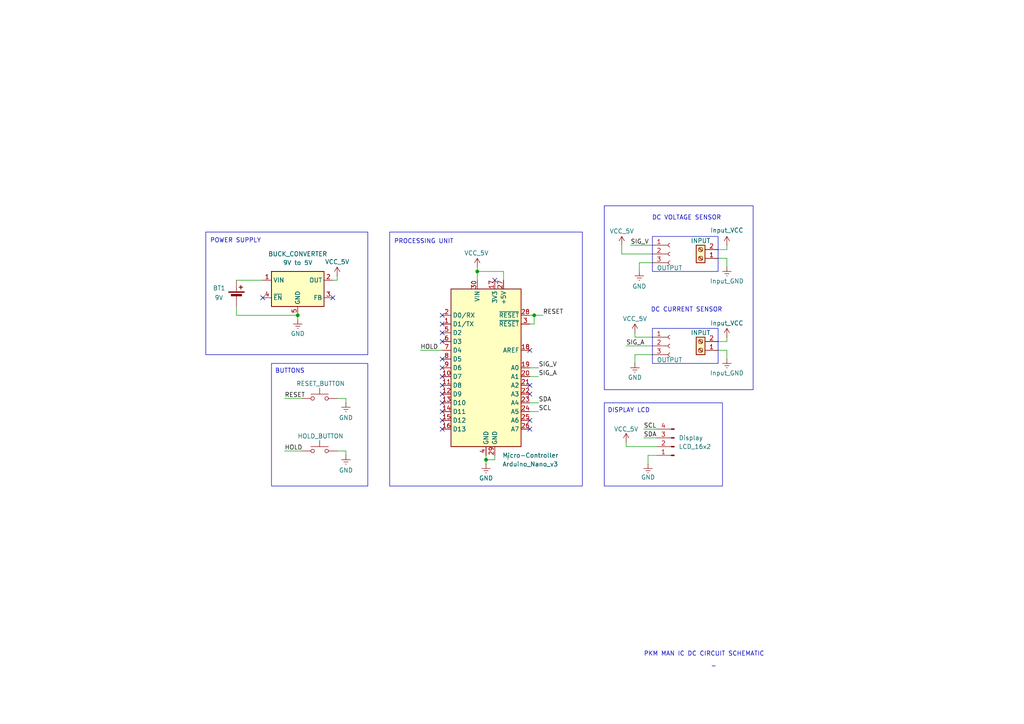
<source format=kicad_sch>
(kicad_sch
	(version 20231120)
	(generator "eeschema")
	(generator_version "8.0")
	(uuid "819554c4-173c-4c13-8fef-1a10c0ef6c2f")
	(paper "A4")
	(lib_symbols
		(symbol "Connector:Conn_01x03_Socket"
			(pin_names
				(offset 1.016) hide)
			(exclude_from_sim no)
			(in_bom yes)
			(on_board yes)
			(property "Reference" "J"
				(at 0 5.08 0)
				(effects
					(font
						(size 1.27 1.27)
					)
				)
			)
			(property "Value" "Conn_01x03_Socket"
				(at 0 -5.08 0)
				(effects
					(font
						(size 1.27 1.27)
					)
				)
			)
			(property "Footprint" ""
				(at 0 0 0)
				(effects
					(font
						(size 1.27 1.27)
					)
					(hide yes)
				)
			)
			(property "Datasheet" "~"
				(at 0 0 0)
				(effects
					(font
						(size 1.27 1.27)
					)
					(hide yes)
				)
			)
			(property "Description" "Generic connector, single row, 01x03, script generated"
				(at 0 0 0)
				(effects
					(font
						(size 1.27 1.27)
					)
					(hide yes)
				)
			)
			(property "ki_locked" ""
				(at 0 0 0)
				(effects
					(font
						(size 1.27 1.27)
					)
				)
			)
			(property "ki_keywords" "connector"
				(at 0 0 0)
				(effects
					(font
						(size 1.27 1.27)
					)
					(hide yes)
				)
			)
			(property "ki_fp_filters" "Connector*:*_1x??_*"
				(at 0 0 0)
				(effects
					(font
						(size 1.27 1.27)
					)
					(hide yes)
				)
			)
			(symbol "Conn_01x03_Socket_1_1"
				(arc
					(start 0 -2.032)
					(mid -0.5058 -2.54)
					(end 0 -3.048)
					(stroke
						(width 0.1524)
						(type default)
					)
					(fill
						(type none)
					)
				)
				(polyline
					(pts
						(xy -1.27 -2.54) (xy -0.508 -2.54)
					)
					(stroke
						(width 0.1524)
						(type default)
					)
					(fill
						(type none)
					)
				)
				(polyline
					(pts
						(xy -1.27 0) (xy -0.508 0)
					)
					(stroke
						(width 0.1524)
						(type default)
					)
					(fill
						(type none)
					)
				)
				(polyline
					(pts
						(xy -1.27 2.54) (xy -0.508 2.54)
					)
					(stroke
						(width 0.1524)
						(type default)
					)
					(fill
						(type none)
					)
				)
				(arc
					(start 0 0.508)
					(mid -0.5058 0)
					(end 0 -0.508)
					(stroke
						(width 0.1524)
						(type default)
					)
					(fill
						(type none)
					)
				)
				(arc
					(start 0 3.048)
					(mid -0.5058 2.54)
					(end 0 2.032)
					(stroke
						(width 0.1524)
						(type default)
					)
					(fill
						(type none)
					)
				)
				(pin passive line
					(at -5.08 2.54 0)
					(length 3.81)
					(name "Pin_1"
						(effects
							(font
								(size 1.27 1.27)
							)
						)
					)
					(number "1"
						(effects
							(font
								(size 1.27 1.27)
							)
						)
					)
				)
				(pin passive line
					(at -5.08 0 0)
					(length 3.81)
					(name "Pin_2"
						(effects
							(font
								(size 1.27 1.27)
							)
						)
					)
					(number "2"
						(effects
							(font
								(size 1.27 1.27)
							)
						)
					)
				)
				(pin passive line
					(at -5.08 -2.54 0)
					(length 3.81)
					(name "Pin_3"
						(effects
							(font
								(size 1.27 1.27)
							)
						)
					)
					(number "3"
						(effects
							(font
								(size 1.27 1.27)
							)
						)
					)
				)
			)
		)
		(symbol "Connector:Conn_01x04_Pin"
			(pin_names
				(offset 1.016) hide)
			(exclude_from_sim no)
			(in_bom yes)
			(on_board yes)
			(property "Reference" "J"
				(at 0 5.08 0)
				(effects
					(font
						(size 1.27 1.27)
					)
				)
			)
			(property "Value" "Conn_01x04_Pin"
				(at 0 -7.62 0)
				(effects
					(font
						(size 1.27 1.27)
					)
				)
			)
			(property "Footprint" ""
				(at 0 0 0)
				(effects
					(font
						(size 1.27 1.27)
					)
					(hide yes)
				)
			)
			(property "Datasheet" "~"
				(at 0 0 0)
				(effects
					(font
						(size 1.27 1.27)
					)
					(hide yes)
				)
			)
			(property "Description" "Generic connector, single row, 01x04, script generated"
				(at 0 0 0)
				(effects
					(font
						(size 1.27 1.27)
					)
					(hide yes)
				)
			)
			(property "ki_locked" ""
				(at 0 0 0)
				(effects
					(font
						(size 1.27 1.27)
					)
				)
			)
			(property "ki_keywords" "connector"
				(at 0 0 0)
				(effects
					(font
						(size 1.27 1.27)
					)
					(hide yes)
				)
			)
			(property "ki_fp_filters" "Connector*:*_1x??_*"
				(at 0 0 0)
				(effects
					(font
						(size 1.27 1.27)
					)
					(hide yes)
				)
			)
			(symbol "Conn_01x04_Pin_1_1"
				(polyline
					(pts
						(xy 1.27 -5.08) (xy 0.8636 -5.08)
					)
					(stroke
						(width 0.1524)
						(type default)
					)
					(fill
						(type none)
					)
				)
				(polyline
					(pts
						(xy 1.27 -2.54) (xy 0.8636 -2.54)
					)
					(stroke
						(width 0.1524)
						(type default)
					)
					(fill
						(type none)
					)
				)
				(polyline
					(pts
						(xy 1.27 0) (xy 0.8636 0)
					)
					(stroke
						(width 0.1524)
						(type default)
					)
					(fill
						(type none)
					)
				)
				(polyline
					(pts
						(xy 1.27 2.54) (xy 0.8636 2.54)
					)
					(stroke
						(width 0.1524)
						(type default)
					)
					(fill
						(type none)
					)
				)
				(rectangle
					(start 0.8636 -4.953)
					(end 0 -5.207)
					(stroke
						(width 0.1524)
						(type default)
					)
					(fill
						(type outline)
					)
				)
				(rectangle
					(start 0.8636 -2.413)
					(end 0 -2.667)
					(stroke
						(width 0.1524)
						(type default)
					)
					(fill
						(type outline)
					)
				)
				(rectangle
					(start 0.8636 0.127)
					(end 0 -0.127)
					(stroke
						(width 0.1524)
						(type default)
					)
					(fill
						(type outline)
					)
				)
				(rectangle
					(start 0.8636 2.667)
					(end 0 2.413)
					(stroke
						(width 0.1524)
						(type default)
					)
					(fill
						(type outline)
					)
				)
				(pin passive line
					(at 5.08 2.54 180)
					(length 3.81)
					(name "Pin_1"
						(effects
							(font
								(size 1.27 1.27)
							)
						)
					)
					(number "1"
						(effects
							(font
								(size 1.27 1.27)
							)
						)
					)
				)
				(pin passive line
					(at 5.08 0 180)
					(length 3.81)
					(name "Pin_2"
						(effects
							(font
								(size 1.27 1.27)
							)
						)
					)
					(number "2"
						(effects
							(font
								(size 1.27 1.27)
							)
						)
					)
				)
				(pin passive line
					(at 5.08 -2.54 180)
					(length 3.81)
					(name "Pin_3"
						(effects
							(font
								(size 1.27 1.27)
							)
						)
					)
					(number "3"
						(effects
							(font
								(size 1.27 1.27)
							)
						)
					)
				)
				(pin passive line
					(at 5.08 -5.08 180)
					(length 3.81)
					(name "Pin_4"
						(effects
							(font
								(size 1.27 1.27)
							)
						)
					)
					(number "4"
						(effects
							(font
								(size 1.27 1.27)
							)
						)
					)
				)
			)
		)
		(symbol "Connector:Screw_Terminal_01x02"
			(pin_names
				(offset 1.016) hide)
			(exclude_from_sim no)
			(in_bom yes)
			(on_board yes)
			(property "Reference" "J"
				(at 0 2.54 0)
				(effects
					(font
						(size 1.27 1.27)
					)
				)
			)
			(property "Value" "Screw_Terminal_01x02"
				(at 0 -5.08 0)
				(effects
					(font
						(size 1.27 1.27)
					)
				)
			)
			(property "Footprint" ""
				(at 0 0 0)
				(effects
					(font
						(size 1.27 1.27)
					)
					(hide yes)
				)
			)
			(property "Datasheet" "~"
				(at 0 0 0)
				(effects
					(font
						(size 1.27 1.27)
					)
					(hide yes)
				)
			)
			(property "Description" "Generic screw terminal, single row, 01x02, script generated (kicad-library-utils/schlib/autogen/connector/)"
				(at 0 0 0)
				(effects
					(font
						(size 1.27 1.27)
					)
					(hide yes)
				)
			)
			(property "ki_keywords" "screw terminal"
				(at 0 0 0)
				(effects
					(font
						(size 1.27 1.27)
					)
					(hide yes)
				)
			)
			(property "ki_fp_filters" "TerminalBlock*:*"
				(at 0 0 0)
				(effects
					(font
						(size 1.27 1.27)
					)
					(hide yes)
				)
			)
			(symbol "Screw_Terminal_01x02_1_1"
				(rectangle
					(start -1.27 1.27)
					(end 1.27 -3.81)
					(stroke
						(width 0.254)
						(type default)
					)
					(fill
						(type background)
					)
				)
				(circle
					(center 0 -2.54)
					(radius 0.635)
					(stroke
						(width 0.1524)
						(type default)
					)
					(fill
						(type none)
					)
				)
				(polyline
					(pts
						(xy -0.5334 -2.2098) (xy 0.3302 -3.048)
					)
					(stroke
						(width 0.1524)
						(type default)
					)
					(fill
						(type none)
					)
				)
				(polyline
					(pts
						(xy -0.5334 0.3302) (xy 0.3302 -0.508)
					)
					(stroke
						(width 0.1524)
						(type default)
					)
					(fill
						(type none)
					)
				)
				(polyline
					(pts
						(xy -0.3556 -2.032) (xy 0.508 -2.8702)
					)
					(stroke
						(width 0.1524)
						(type default)
					)
					(fill
						(type none)
					)
				)
				(polyline
					(pts
						(xy -0.3556 0.508) (xy 0.508 -0.3302)
					)
					(stroke
						(width 0.1524)
						(type default)
					)
					(fill
						(type none)
					)
				)
				(circle
					(center 0 0)
					(radius 0.635)
					(stroke
						(width 0.1524)
						(type default)
					)
					(fill
						(type none)
					)
				)
				(pin passive line
					(at -5.08 0 0)
					(length 3.81)
					(name "Pin_1"
						(effects
							(font
								(size 1.27 1.27)
							)
						)
					)
					(number "1"
						(effects
							(font
								(size 1.27 1.27)
							)
						)
					)
				)
				(pin passive line
					(at -5.08 -2.54 0)
					(length 3.81)
					(name "Pin_2"
						(effects
							(font
								(size 1.27 1.27)
							)
						)
					)
					(number "2"
						(effects
							(font
								(size 1.27 1.27)
							)
						)
					)
				)
			)
		)
		(symbol "Device:Battery_Cell"
			(pin_numbers hide)
			(pin_names
				(offset 0) hide)
			(exclude_from_sim no)
			(in_bom yes)
			(on_board yes)
			(property "Reference" "BT"
				(at 2.54 2.54 0)
				(effects
					(font
						(size 1.27 1.27)
					)
					(justify left)
				)
			)
			(property "Value" "Battery_Cell"
				(at 2.54 0 0)
				(effects
					(font
						(size 1.27 1.27)
					)
					(justify left)
				)
			)
			(property "Footprint" ""
				(at 0 1.524 90)
				(effects
					(font
						(size 1.27 1.27)
					)
					(hide yes)
				)
			)
			(property "Datasheet" "~"
				(at 0 1.524 90)
				(effects
					(font
						(size 1.27 1.27)
					)
					(hide yes)
				)
			)
			(property "Description" "Single-cell battery"
				(at 0 0 0)
				(effects
					(font
						(size 1.27 1.27)
					)
					(hide yes)
				)
			)
			(property "ki_keywords" "battery cell"
				(at 0 0 0)
				(effects
					(font
						(size 1.27 1.27)
					)
					(hide yes)
				)
			)
			(symbol "Battery_Cell_0_1"
				(rectangle
					(start -2.286 1.778)
					(end 2.286 1.524)
					(stroke
						(width 0)
						(type default)
					)
					(fill
						(type outline)
					)
				)
				(rectangle
					(start -1.524 1.016)
					(end 1.524 0.508)
					(stroke
						(width 0)
						(type default)
					)
					(fill
						(type outline)
					)
				)
				(polyline
					(pts
						(xy 0 0.762) (xy 0 0)
					)
					(stroke
						(width 0)
						(type default)
					)
					(fill
						(type none)
					)
				)
				(polyline
					(pts
						(xy 0 1.778) (xy 0 2.54)
					)
					(stroke
						(width 0)
						(type default)
					)
					(fill
						(type none)
					)
				)
				(polyline
					(pts
						(xy 0.762 3.048) (xy 1.778 3.048)
					)
					(stroke
						(width 0.254)
						(type default)
					)
					(fill
						(type none)
					)
				)
				(polyline
					(pts
						(xy 1.27 3.556) (xy 1.27 2.54)
					)
					(stroke
						(width 0.254)
						(type default)
					)
					(fill
						(type none)
					)
				)
			)
			(symbol "Battery_Cell_1_1"
				(pin passive line
					(at 0 5.08 270)
					(length 2.54)
					(name "+"
						(effects
							(font
								(size 1.27 1.27)
							)
						)
					)
					(number "1"
						(effects
							(font
								(size 1.27 1.27)
							)
						)
					)
				)
				(pin passive line
					(at 0 -2.54 90)
					(length 2.54)
					(name "-"
						(effects
							(font
								(size 1.27 1.27)
							)
						)
					)
					(number "2"
						(effects
							(font
								(size 1.27 1.27)
							)
						)
					)
				)
			)
		)
		(symbol "MCU_Module:Arduino_Nano_v3.x"
			(exclude_from_sim no)
			(in_bom yes)
			(on_board yes)
			(property "Reference" "A"
				(at -10.16 23.495 0)
				(effects
					(font
						(size 1.27 1.27)
					)
					(justify left bottom)
				)
			)
			(property "Value" "Arduino_Nano_v3.x"
				(at 5.08 -24.13 0)
				(effects
					(font
						(size 1.27 1.27)
					)
					(justify left top)
				)
			)
			(property "Footprint" "Module:Arduino_Nano"
				(at 0 0 0)
				(effects
					(font
						(size 1.27 1.27)
						(italic yes)
					)
					(hide yes)
				)
			)
			(property "Datasheet" "http://www.mouser.com/pdfdocs/Gravitech_Arduino_Nano3_0.pdf"
				(at 0 0 0)
				(effects
					(font
						(size 1.27 1.27)
					)
					(hide yes)
				)
			)
			(property "Description" "Arduino Nano v3.x"
				(at 0 0 0)
				(effects
					(font
						(size 1.27 1.27)
					)
					(hide yes)
				)
			)
			(property "ki_keywords" "Arduino nano microcontroller module USB"
				(at 0 0 0)
				(effects
					(font
						(size 1.27 1.27)
					)
					(hide yes)
				)
			)
			(property "ki_fp_filters" "Arduino*Nano*"
				(at 0 0 0)
				(effects
					(font
						(size 1.27 1.27)
					)
					(hide yes)
				)
			)
			(symbol "Arduino_Nano_v3.x_0_1"
				(rectangle
					(start -10.16 22.86)
					(end 10.16 -22.86)
					(stroke
						(width 0.254)
						(type default)
					)
					(fill
						(type background)
					)
				)
			)
			(symbol "Arduino_Nano_v3.x_1_1"
				(pin bidirectional line
					(at -12.7 12.7 0)
					(length 2.54)
					(name "D1/TX"
						(effects
							(font
								(size 1.27 1.27)
							)
						)
					)
					(number "1"
						(effects
							(font
								(size 1.27 1.27)
							)
						)
					)
				)
				(pin bidirectional line
					(at -12.7 -2.54 0)
					(length 2.54)
					(name "D7"
						(effects
							(font
								(size 1.27 1.27)
							)
						)
					)
					(number "10"
						(effects
							(font
								(size 1.27 1.27)
							)
						)
					)
				)
				(pin bidirectional line
					(at -12.7 -5.08 0)
					(length 2.54)
					(name "D8"
						(effects
							(font
								(size 1.27 1.27)
							)
						)
					)
					(number "11"
						(effects
							(font
								(size 1.27 1.27)
							)
						)
					)
				)
				(pin bidirectional line
					(at -12.7 -7.62 0)
					(length 2.54)
					(name "D9"
						(effects
							(font
								(size 1.27 1.27)
							)
						)
					)
					(number "12"
						(effects
							(font
								(size 1.27 1.27)
							)
						)
					)
				)
				(pin bidirectional line
					(at -12.7 -10.16 0)
					(length 2.54)
					(name "D10"
						(effects
							(font
								(size 1.27 1.27)
							)
						)
					)
					(number "13"
						(effects
							(font
								(size 1.27 1.27)
							)
						)
					)
				)
				(pin bidirectional line
					(at -12.7 -12.7 0)
					(length 2.54)
					(name "D11"
						(effects
							(font
								(size 1.27 1.27)
							)
						)
					)
					(number "14"
						(effects
							(font
								(size 1.27 1.27)
							)
						)
					)
				)
				(pin bidirectional line
					(at -12.7 -15.24 0)
					(length 2.54)
					(name "D12"
						(effects
							(font
								(size 1.27 1.27)
							)
						)
					)
					(number "15"
						(effects
							(font
								(size 1.27 1.27)
							)
						)
					)
				)
				(pin bidirectional line
					(at -12.7 -17.78 0)
					(length 2.54)
					(name "D13"
						(effects
							(font
								(size 1.27 1.27)
							)
						)
					)
					(number "16"
						(effects
							(font
								(size 1.27 1.27)
							)
						)
					)
				)
				(pin power_out line
					(at 2.54 25.4 270)
					(length 2.54)
					(name "3V3"
						(effects
							(font
								(size 1.27 1.27)
							)
						)
					)
					(number "17"
						(effects
							(font
								(size 1.27 1.27)
							)
						)
					)
				)
				(pin input line
					(at 12.7 5.08 180)
					(length 2.54)
					(name "AREF"
						(effects
							(font
								(size 1.27 1.27)
							)
						)
					)
					(number "18"
						(effects
							(font
								(size 1.27 1.27)
							)
						)
					)
				)
				(pin bidirectional line
					(at 12.7 0 180)
					(length 2.54)
					(name "A0"
						(effects
							(font
								(size 1.27 1.27)
							)
						)
					)
					(number "19"
						(effects
							(font
								(size 1.27 1.27)
							)
						)
					)
				)
				(pin bidirectional line
					(at -12.7 15.24 0)
					(length 2.54)
					(name "D0/RX"
						(effects
							(font
								(size 1.27 1.27)
							)
						)
					)
					(number "2"
						(effects
							(font
								(size 1.27 1.27)
							)
						)
					)
				)
				(pin bidirectional line
					(at 12.7 -2.54 180)
					(length 2.54)
					(name "A1"
						(effects
							(font
								(size 1.27 1.27)
							)
						)
					)
					(number "20"
						(effects
							(font
								(size 1.27 1.27)
							)
						)
					)
				)
				(pin bidirectional line
					(at 12.7 -5.08 180)
					(length 2.54)
					(name "A2"
						(effects
							(font
								(size 1.27 1.27)
							)
						)
					)
					(number "21"
						(effects
							(font
								(size 1.27 1.27)
							)
						)
					)
				)
				(pin bidirectional line
					(at 12.7 -7.62 180)
					(length 2.54)
					(name "A3"
						(effects
							(font
								(size 1.27 1.27)
							)
						)
					)
					(number "22"
						(effects
							(font
								(size 1.27 1.27)
							)
						)
					)
				)
				(pin bidirectional line
					(at 12.7 -10.16 180)
					(length 2.54)
					(name "A4"
						(effects
							(font
								(size 1.27 1.27)
							)
						)
					)
					(number "23"
						(effects
							(font
								(size 1.27 1.27)
							)
						)
					)
				)
				(pin bidirectional line
					(at 12.7 -12.7 180)
					(length 2.54)
					(name "A5"
						(effects
							(font
								(size 1.27 1.27)
							)
						)
					)
					(number "24"
						(effects
							(font
								(size 1.27 1.27)
							)
						)
					)
				)
				(pin bidirectional line
					(at 12.7 -15.24 180)
					(length 2.54)
					(name "A6"
						(effects
							(font
								(size 1.27 1.27)
							)
						)
					)
					(number "25"
						(effects
							(font
								(size 1.27 1.27)
							)
						)
					)
				)
				(pin bidirectional line
					(at 12.7 -17.78 180)
					(length 2.54)
					(name "A7"
						(effects
							(font
								(size 1.27 1.27)
							)
						)
					)
					(number "26"
						(effects
							(font
								(size 1.27 1.27)
							)
						)
					)
				)
				(pin power_out line
					(at 5.08 25.4 270)
					(length 2.54)
					(name "+5V"
						(effects
							(font
								(size 1.27 1.27)
							)
						)
					)
					(number "27"
						(effects
							(font
								(size 1.27 1.27)
							)
						)
					)
				)
				(pin input line
					(at 12.7 15.24 180)
					(length 2.54)
					(name "~{RESET}"
						(effects
							(font
								(size 1.27 1.27)
							)
						)
					)
					(number "28"
						(effects
							(font
								(size 1.27 1.27)
							)
						)
					)
				)
				(pin power_in line
					(at 2.54 -25.4 90)
					(length 2.54)
					(name "GND"
						(effects
							(font
								(size 1.27 1.27)
							)
						)
					)
					(number "29"
						(effects
							(font
								(size 1.27 1.27)
							)
						)
					)
				)
				(pin input line
					(at 12.7 12.7 180)
					(length 2.54)
					(name "~{RESET}"
						(effects
							(font
								(size 1.27 1.27)
							)
						)
					)
					(number "3"
						(effects
							(font
								(size 1.27 1.27)
							)
						)
					)
				)
				(pin power_in line
					(at -2.54 25.4 270)
					(length 2.54)
					(name "VIN"
						(effects
							(font
								(size 1.27 1.27)
							)
						)
					)
					(number "30"
						(effects
							(font
								(size 1.27 1.27)
							)
						)
					)
				)
				(pin power_in line
					(at 0 -25.4 90)
					(length 2.54)
					(name "GND"
						(effects
							(font
								(size 1.27 1.27)
							)
						)
					)
					(number "4"
						(effects
							(font
								(size 1.27 1.27)
							)
						)
					)
				)
				(pin bidirectional line
					(at -12.7 10.16 0)
					(length 2.54)
					(name "D2"
						(effects
							(font
								(size 1.27 1.27)
							)
						)
					)
					(number "5"
						(effects
							(font
								(size 1.27 1.27)
							)
						)
					)
				)
				(pin bidirectional line
					(at -12.7 7.62 0)
					(length 2.54)
					(name "D3"
						(effects
							(font
								(size 1.27 1.27)
							)
						)
					)
					(number "6"
						(effects
							(font
								(size 1.27 1.27)
							)
						)
					)
				)
				(pin bidirectional line
					(at -12.7 5.08 0)
					(length 2.54)
					(name "D4"
						(effects
							(font
								(size 1.27 1.27)
							)
						)
					)
					(number "7"
						(effects
							(font
								(size 1.27 1.27)
							)
						)
					)
				)
				(pin bidirectional line
					(at -12.7 2.54 0)
					(length 2.54)
					(name "D5"
						(effects
							(font
								(size 1.27 1.27)
							)
						)
					)
					(number "8"
						(effects
							(font
								(size 1.27 1.27)
							)
						)
					)
				)
				(pin bidirectional line
					(at -12.7 0 0)
					(length 2.54)
					(name "D6"
						(effects
							(font
								(size 1.27 1.27)
							)
						)
					)
					(number "9"
						(effects
							(font
								(size 1.27 1.27)
							)
						)
					)
				)
			)
		)
		(symbol "Regulator_Switching:XL1509-5.0"
			(exclude_from_sim no)
			(in_bom yes)
			(on_board yes)
			(property "Reference" "U"
				(at -7.112 6.096 0)
				(effects
					(font
						(size 1.27 1.27)
					)
				)
			)
			(property "Value" "XL1509-5.0"
				(at 5.842 6.096 0)
				(effects
					(font
						(size 1.27 1.27)
					)
				)
			)
			(property "Footprint" "Package_SO:SOIC-8_3.9x4.9mm_P1.27mm"
				(at 0 8.382 0)
				(effects
					(font
						(size 1.27 1.27)
					)
					(hide yes)
				)
			)
			(property "Datasheet" "https://datasheet.lcsc.com/lcsc/1809050422_XLSEMI-XL1509-5-0E1_C61063.pdf"
				(at 2.54 10.668 0)
				(effects
					(font
						(size 1.27 1.27)
					)
					(hide yes)
				)
			)
			(property "Description" "Buck DC/DC Converter, 2A, 5V Output Voltage, 7-40V Input Voltage"
				(at 0 0 0)
				(effects
					(font
						(size 1.27 1.27)
					)
					(hide yes)
				)
			)
			(property "ki_keywords" "Buck DC/DC Converter"
				(at 0 0 0)
				(effects
					(font
						(size 1.27 1.27)
					)
					(hide yes)
				)
			)
			(property "ki_fp_filters" "SOIC*3.9x4.9mm*P1.27mm*"
				(at 0 0 0)
				(effects
					(font
						(size 1.27 1.27)
					)
					(hide yes)
				)
			)
			(symbol "XL1509-5.0_0_1"
				(rectangle
					(start -7.62 5.08)
					(end 7.62 -5.08)
					(stroke
						(width 0.254)
						(type default)
					)
					(fill
						(type background)
					)
				)
			)
			(symbol "XL1509-5.0_1_1"
				(pin power_in line
					(at -10.16 2.54 0)
					(length 2.54)
					(name "VIN"
						(effects
							(font
								(size 1.27 1.27)
							)
						)
					)
					(number "1"
						(effects
							(font
								(size 1.27 1.27)
							)
						)
					)
				)
				(pin power_out line
					(at 10.16 2.54 180)
					(length 2.54)
					(name "OUT"
						(effects
							(font
								(size 1.27 1.27)
							)
						)
					)
					(number "2"
						(effects
							(font
								(size 1.27 1.27)
							)
						)
					)
				)
				(pin input line
					(at 10.16 -2.54 180)
					(length 2.54)
					(name "FB"
						(effects
							(font
								(size 1.27 1.27)
							)
						)
					)
					(number "3"
						(effects
							(font
								(size 1.27 1.27)
							)
						)
					)
				)
				(pin input line
					(at -10.16 -2.54 0)
					(length 2.54)
					(name "~{EN}"
						(effects
							(font
								(size 1.27 1.27)
							)
						)
					)
					(number "4"
						(effects
							(font
								(size 1.27 1.27)
							)
						)
					)
				)
				(pin power_in line
					(at 0 -7.62 90)
					(length 2.54)
					(name "GND"
						(effects
							(font
								(size 1.27 1.27)
							)
						)
					)
					(number "5"
						(effects
							(font
								(size 1.27 1.27)
							)
						)
					)
				)
				(pin passive line
					(at 0 -7.62 90)
					(length 2.54) hide
					(name "GND"
						(effects
							(font
								(size 1.27 1.27)
							)
						)
					)
					(number "6"
						(effects
							(font
								(size 1.27 1.27)
							)
						)
					)
				)
				(pin passive line
					(at 0 -7.62 90)
					(length 2.54) hide
					(name "GND"
						(effects
							(font
								(size 1.27 1.27)
							)
						)
					)
					(number "7"
						(effects
							(font
								(size 1.27 1.27)
							)
						)
					)
				)
				(pin passive line
					(at 0 -7.62 90)
					(length 2.54) hide
					(name "GND"
						(effects
							(font
								(size 1.27 1.27)
							)
						)
					)
					(number "8"
						(effects
							(font
								(size 1.27 1.27)
							)
						)
					)
				)
			)
		)
		(symbol "Switch:SW_Push"
			(pin_numbers hide)
			(pin_names
				(offset 1.016) hide)
			(exclude_from_sim no)
			(in_bom yes)
			(on_board yes)
			(property "Reference" "SW"
				(at 1.27 2.54 0)
				(effects
					(font
						(size 1.27 1.27)
					)
					(justify left)
				)
			)
			(property "Value" "SW_Push"
				(at 0 -1.524 0)
				(effects
					(font
						(size 1.27 1.27)
					)
				)
			)
			(property "Footprint" ""
				(at 0 5.08 0)
				(effects
					(font
						(size 1.27 1.27)
					)
					(hide yes)
				)
			)
			(property "Datasheet" "~"
				(at 0 5.08 0)
				(effects
					(font
						(size 1.27 1.27)
					)
					(hide yes)
				)
			)
			(property "Description" "Push button switch, generic, two pins"
				(at 0 0 0)
				(effects
					(font
						(size 1.27 1.27)
					)
					(hide yes)
				)
			)
			(property "ki_keywords" "switch normally-open pushbutton push-button"
				(at 0 0 0)
				(effects
					(font
						(size 1.27 1.27)
					)
					(hide yes)
				)
			)
			(symbol "SW_Push_0_1"
				(circle
					(center -2.032 0)
					(radius 0.508)
					(stroke
						(width 0)
						(type default)
					)
					(fill
						(type none)
					)
				)
				(polyline
					(pts
						(xy 0 1.27) (xy 0 3.048)
					)
					(stroke
						(width 0)
						(type default)
					)
					(fill
						(type none)
					)
				)
				(polyline
					(pts
						(xy 2.54 1.27) (xy -2.54 1.27)
					)
					(stroke
						(width 0)
						(type default)
					)
					(fill
						(type none)
					)
				)
				(circle
					(center 2.032 0)
					(radius 0.508)
					(stroke
						(width 0)
						(type default)
					)
					(fill
						(type none)
					)
				)
				(pin passive line
					(at -5.08 0 0)
					(length 2.54)
					(name "1"
						(effects
							(font
								(size 1.27 1.27)
							)
						)
					)
					(number "1"
						(effects
							(font
								(size 1.27 1.27)
							)
						)
					)
				)
				(pin passive line
					(at 5.08 0 180)
					(length 2.54)
					(name "2"
						(effects
							(font
								(size 1.27 1.27)
							)
						)
					)
					(number "2"
						(effects
							(font
								(size 1.27 1.27)
							)
						)
					)
				)
			)
		)
		(symbol "power:GNDREF"
			(power)
			(pin_numbers hide)
			(pin_names
				(offset 0) hide)
			(exclude_from_sim no)
			(in_bom yes)
			(on_board yes)
			(property "Reference" "#PWR"
				(at 0 -6.35 0)
				(effects
					(font
						(size 1.27 1.27)
					)
					(hide yes)
				)
			)
			(property "Value" "GNDREF"
				(at 0 -3.81 0)
				(effects
					(font
						(size 1.27 1.27)
					)
				)
			)
			(property "Footprint" ""
				(at 0 0 0)
				(effects
					(font
						(size 1.27 1.27)
					)
					(hide yes)
				)
			)
			(property "Datasheet" ""
				(at 0 0 0)
				(effects
					(font
						(size 1.27 1.27)
					)
					(hide yes)
				)
			)
			(property "Description" "Power symbol creates a global label with name \"GNDREF\" , reference supply ground"
				(at 0 0 0)
				(effects
					(font
						(size 1.27 1.27)
					)
					(hide yes)
				)
			)
			(property "ki_keywords" "global power"
				(at 0 0 0)
				(effects
					(font
						(size 1.27 1.27)
					)
					(hide yes)
				)
			)
			(symbol "GNDREF_0_1"
				(polyline
					(pts
						(xy -0.635 -1.905) (xy 0.635 -1.905)
					)
					(stroke
						(width 0)
						(type default)
					)
					(fill
						(type none)
					)
				)
				(polyline
					(pts
						(xy -0.127 -2.54) (xy 0.127 -2.54)
					)
					(stroke
						(width 0)
						(type default)
					)
					(fill
						(type none)
					)
				)
				(polyline
					(pts
						(xy 0 -1.27) (xy 0 0)
					)
					(stroke
						(width 0)
						(type default)
					)
					(fill
						(type none)
					)
				)
				(polyline
					(pts
						(xy 1.27 -1.27) (xy -1.27 -1.27)
					)
					(stroke
						(width 0)
						(type default)
					)
					(fill
						(type none)
					)
				)
			)
			(symbol "GNDREF_1_1"
				(pin power_in line
					(at 0 0 270)
					(length 0)
					(name "~"
						(effects
							(font
								(size 1.27 1.27)
							)
						)
					)
					(number "1"
						(effects
							(font
								(size 1.27 1.27)
							)
						)
					)
				)
			)
		)
		(symbol "power:VCC"
			(power)
			(pin_numbers hide)
			(pin_names
				(offset 0) hide)
			(exclude_from_sim no)
			(in_bom yes)
			(on_board yes)
			(property "Reference" "#PWR"
				(at 0 -3.81 0)
				(effects
					(font
						(size 1.27 1.27)
					)
					(hide yes)
				)
			)
			(property "Value" "VCC"
				(at 0 3.556 0)
				(effects
					(font
						(size 1.27 1.27)
					)
				)
			)
			(property "Footprint" ""
				(at 0 0 0)
				(effects
					(font
						(size 1.27 1.27)
					)
					(hide yes)
				)
			)
			(property "Datasheet" ""
				(at 0 0 0)
				(effects
					(font
						(size 1.27 1.27)
					)
					(hide yes)
				)
			)
			(property "Description" "Power symbol creates a global label with name \"VCC\""
				(at 0 0 0)
				(effects
					(font
						(size 1.27 1.27)
					)
					(hide yes)
				)
			)
			(property "ki_keywords" "global power"
				(at 0 0 0)
				(effects
					(font
						(size 1.27 1.27)
					)
					(hide yes)
				)
			)
			(symbol "VCC_0_1"
				(polyline
					(pts
						(xy -0.762 1.27) (xy 0 2.54)
					)
					(stroke
						(width 0)
						(type default)
					)
					(fill
						(type none)
					)
				)
				(polyline
					(pts
						(xy 0 0) (xy 0 2.54)
					)
					(stroke
						(width 0)
						(type default)
					)
					(fill
						(type none)
					)
				)
				(polyline
					(pts
						(xy 0 2.54) (xy 0.762 1.27)
					)
					(stroke
						(width 0)
						(type default)
					)
					(fill
						(type none)
					)
				)
			)
			(symbol "VCC_1_1"
				(pin power_in line
					(at 0 0 90)
					(length 0)
					(name "~"
						(effects
							(font
								(size 1.27 1.27)
							)
						)
					)
					(number "1"
						(effects
							(font
								(size 1.27 1.27)
							)
						)
					)
				)
			)
		)
	)
	(junction
		(at 154.94 91.44)
		(diameter 0)
		(color 0 0 0 0)
		(uuid "27d6f1fa-63b9-46b3-9b77-666272b344af")
	)
	(junction
		(at 86.36 91.44)
		(diameter 0)
		(color 0 0 0 0)
		(uuid "33bdd90b-5915-4577-8ea5-fda834ebcab3")
	)
	(junction
		(at 138.43 78.74)
		(diameter 0)
		(color 0 0 0 0)
		(uuid "46bfad2e-f565-42cf-a009-b0d8312a64b3")
	)
	(junction
		(at 140.97 133.35)
		(diameter 0)
		(color 0 0 0 0)
		(uuid "d609e528-8c1f-41eb-b1be-f9b3f07010a9")
	)
	(no_connect
		(at 153.67 101.6)
		(uuid "0286c27e-b248-4114-a90a-0960225391ee")
	)
	(no_connect
		(at 153.67 111.76)
		(uuid "02e18801-9f27-4edd-b6a7-87f87bce3839")
	)
	(no_connect
		(at 128.27 121.92)
		(uuid "05f2e355-b3d7-4db9-9085-1c095344889c")
	)
	(no_connect
		(at 96.52 86.36)
		(uuid "08c51b4f-3a76-4e42-aaf6-ac02b36c0272")
	)
	(no_connect
		(at 128.27 104.14)
		(uuid "0cdfcce8-8870-40c8-80f5-a06bc89be3b1")
	)
	(no_connect
		(at 128.27 111.76)
		(uuid "155d4014-5db9-454d-900b-64cdc7d17af7")
	)
	(no_connect
		(at 128.27 96.52)
		(uuid "516c6c1f-8318-4530-b2a9-bfac4184c775")
	)
	(no_connect
		(at 128.27 99.06)
		(uuid "589efc17-7c9c-48a7-b355-ba67983dd44a")
	)
	(no_connect
		(at 153.67 124.46)
		(uuid "606e3d12-d6a5-4792-8e36-44338c8e218a")
	)
	(no_connect
		(at 128.27 109.22)
		(uuid "6e70364c-476c-4309-8ed8-e8093ea10d0d")
	)
	(no_connect
		(at 128.27 116.84)
		(uuid "72c71eb8-866d-454c-be6c-a2c42bb8c40e")
	)
	(no_connect
		(at 128.27 106.68)
		(uuid "80a2aa0c-f46f-40cc-af56-55f7650e15dc")
	)
	(no_connect
		(at 128.27 119.38)
		(uuid "84b25035-29fe-4aa7-9683-9ba741b01810")
	)
	(no_connect
		(at 143.51 81.28)
		(uuid "8b34b4e6-6233-42a6-b24e-ce038b1d2104")
	)
	(no_connect
		(at 76.2 86.36)
		(uuid "aa90f226-b06d-4c04-9687-c67d2c8969a8")
	)
	(no_connect
		(at 128.27 114.3)
		(uuid "b562a4fc-dc03-42ca-81dc-85db77946936")
	)
	(no_connect
		(at 153.67 121.92)
		(uuid "c0c7a384-706e-4731-b736-7ddf978289b4")
	)
	(no_connect
		(at 153.67 114.3)
		(uuid "c4644fff-7648-486f-87a0-80a05167255e")
	)
	(no_connect
		(at 128.27 91.44)
		(uuid "d17767d1-846c-40a4-828d-68f8c54f723d")
	)
	(no_connect
		(at 128.27 93.98)
		(uuid "eaf1c756-6a09-4132-96b9-b9d0aeccf88f")
	)
	(no_connect
		(at 128.27 124.46)
		(uuid "fbadeb4a-cea0-4c49-8f46-0391a0037262")
	)
	(wire
		(pts
			(xy 187.96 132.08) (xy 190.5 132.08)
		)
		(stroke
			(width 0)
			(type default)
		)
		(uuid "0b6eb6c3-3dc7-4d4e-a369-4e8fa10a245b")
	)
	(wire
		(pts
			(xy 182.88 71.12) (xy 189.23 71.12)
		)
		(stroke
			(width 0)
			(type default)
		)
		(uuid "0ec173b2-df28-466c-9423-b3cd5ca569a8")
	)
	(wire
		(pts
			(xy 180.34 73.66) (xy 189.23 73.66)
		)
		(stroke
			(width 0)
			(type default)
		)
		(uuid "18c39f90-9b65-49c9-9994-fd40cabc1b02")
	)
	(wire
		(pts
			(xy 184.15 102.87) (xy 184.15 105.41)
		)
		(stroke
			(width 0)
			(type default)
		)
		(uuid "19eb551a-c77e-4657-adae-eb07ba3b429b")
	)
	(wire
		(pts
			(xy 100.33 130.81) (xy 100.33 132.08)
		)
		(stroke
			(width 0)
			(type default)
		)
		(uuid "1d1b8073-3dba-499f-a358-0649c074ace6")
	)
	(wire
		(pts
			(xy 146.05 78.74) (xy 138.43 78.74)
		)
		(stroke
			(width 0)
			(type default)
		)
		(uuid "21e03a9f-8084-49ee-8f47-9db367780643")
	)
	(wire
		(pts
			(xy 147.32 132.08) (xy 147.32 133.35)
		)
		(stroke
			(width 0)
			(type default)
		)
		(uuid "22eb0d73-fecc-48e2-8f40-eaab77b611c0")
	)
	(wire
		(pts
			(xy 187.96 134.62) (xy 187.96 132.08)
		)
		(stroke
			(width 0)
			(type default)
		)
		(uuid "240a5508-c37c-422b-8344-278ef3da2e75")
	)
	(wire
		(pts
			(xy 140.97 133.35) (xy 140.97 134.62)
		)
		(stroke
			(width 0)
			(type default)
		)
		(uuid "44f2f993-9a32-4eec-8338-7d5d07b2530f")
	)
	(wire
		(pts
			(xy 153.67 116.84) (xy 156.21 116.84)
		)
		(stroke
			(width 0)
			(type default)
		)
		(uuid "48e6685d-6ec5-4dfc-a67a-b7a2a8a0bad7")
	)
	(wire
		(pts
			(xy 68.58 91.44) (xy 86.36 91.44)
		)
		(stroke
			(width 0)
			(type default)
		)
		(uuid "49d07c8d-ba4d-4245-943f-3be040b184ee")
	)
	(wire
		(pts
			(xy 210.82 72.39) (xy 210.82 71.12)
		)
		(stroke
			(width 0)
			(type default)
		)
		(uuid "4ad9e397-7467-4e0d-b51e-d3a7e3722e25")
	)
	(wire
		(pts
			(xy 97.79 115.57) (xy 100.33 115.57)
		)
		(stroke
			(width 0)
			(type default)
		)
		(uuid "4debe884-dd17-423f-b499-132d5dc6ac84")
	)
	(wire
		(pts
			(xy 140.97 132.08) (xy 140.97 133.35)
		)
		(stroke
			(width 0)
			(type default)
		)
		(uuid "4eade851-e2b2-46df-8c6a-b52d0e97f3f0")
	)
	(wire
		(pts
			(xy 208.28 99.06) (xy 210.82 99.06)
		)
		(stroke
			(width 0)
			(type default)
		)
		(uuid "54d90f24-330a-4b97-819c-1b0b47ca21bc")
	)
	(wire
		(pts
			(xy 189.23 76.2) (xy 185.42 76.2)
		)
		(stroke
			(width 0)
			(type default)
		)
		(uuid "5ab6aca2-3efa-45c9-ab22-edfd0c7eea82")
	)
	(wire
		(pts
			(xy 208.28 74.93) (xy 210.82 74.93)
		)
		(stroke
			(width 0)
			(type default)
		)
		(uuid "5b14366d-62f0-42f0-bad5-9a0d0f184326")
	)
	(wire
		(pts
			(xy 138.43 77.47) (xy 138.43 78.74)
		)
		(stroke
			(width 0)
			(type default)
		)
		(uuid "6a31e9bb-0cb8-4289-aa3a-a13bab022c7e")
	)
	(wire
		(pts
			(xy 153.67 93.98) (xy 154.94 93.98)
		)
		(stroke
			(width 0)
			(type default)
		)
		(uuid "6bb9bc9f-6628-4d27-b211-c17836c64346")
	)
	(wire
		(pts
			(xy 97.79 81.28) (xy 97.79 80.01)
		)
		(stroke
			(width 0)
			(type default)
		)
		(uuid "70fc9226-6483-4bc8-a555-bcf8089b2ef9")
	)
	(wire
		(pts
			(xy 82.55 115.57) (xy 87.63 115.57)
		)
		(stroke
			(width 0)
			(type default)
		)
		(uuid "79c355dc-e339-4dd1-aece-a91833fbf7ad")
	)
	(wire
		(pts
			(xy 121.92 101.6) (xy 128.27 101.6)
		)
		(stroke
			(width 0)
			(type default)
		)
		(uuid "7fb57249-38ec-4e63-ba0d-b99be99d1e99")
	)
	(wire
		(pts
			(xy 185.42 76.2) (xy 185.42 78.74)
		)
		(stroke
			(width 0)
			(type default)
		)
		(uuid "83a9c3ce-5599-48bb-a3d7-150a3ddc0a2d")
	)
	(wire
		(pts
			(xy 184.15 97.79) (xy 189.23 97.79)
		)
		(stroke
			(width 0)
			(type default)
		)
		(uuid "8acb7c76-4de2-4386-8dda-2cc9edcc7292")
	)
	(wire
		(pts
			(xy 146.05 81.28) (xy 146.05 78.74)
		)
		(stroke
			(width 0)
			(type default)
		)
		(uuid "8d584a34-2daa-48ab-9511-744b2ae369df")
	)
	(wire
		(pts
			(xy 180.34 71.12) (xy 180.34 73.66)
		)
		(stroke
			(width 0)
			(type default)
		)
		(uuid "9185c7d1-40d3-40a6-adb9-be02b2eae519")
	)
	(wire
		(pts
			(xy 153.67 106.68) (xy 156.21 106.68)
		)
		(stroke
			(width 0)
			(type default)
		)
		(uuid "979c3ab4-e9be-4e4c-90c1-380b2c0eb880")
	)
	(wire
		(pts
			(xy 68.58 81.28) (xy 76.2 81.28)
		)
		(stroke
			(width 0)
			(type default)
		)
		(uuid "98859c75-d48d-4e89-8fa0-89fdbe8a4cb7")
	)
	(wire
		(pts
			(xy 82.55 130.81) (xy 87.63 130.81)
		)
		(stroke
			(width 0)
			(type default)
		)
		(uuid "98ddf28f-5d41-4a32-bc3f-0a5d67626d0a")
	)
	(wire
		(pts
			(xy 153.67 109.22) (xy 156.21 109.22)
		)
		(stroke
			(width 0)
			(type default)
		)
		(uuid "a38c9fd7-78b2-477c-a1f8-e372a751354a")
	)
	(wire
		(pts
			(xy 100.33 116.84) (xy 100.33 115.57)
		)
		(stroke
			(width 0)
			(type default)
		)
		(uuid "aa52ebcd-3576-4f88-bc9b-2a59a4f90897")
	)
	(wire
		(pts
			(xy 181.61 128.27) (xy 181.61 129.54)
		)
		(stroke
			(width 0)
			(type default)
		)
		(uuid "ad743ff6-4e6f-4ab9-bf38-944e3d674cd4")
	)
	(wire
		(pts
			(xy 210.82 99.06) (xy 210.82 97.79)
		)
		(stroke
			(width 0)
			(type default)
		)
		(uuid "afb5096e-59cd-4072-90bb-9e92d80a2572")
	)
	(wire
		(pts
			(xy 153.67 91.44) (xy 154.94 91.44)
		)
		(stroke
			(width 0)
			(type default)
		)
		(uuid "b4a49702-799d-4961-a6b8-258e238c7015")
	)
	(wire
		(pts
			(xy 184.15 96.52) (xy 184.15 97.79)
		)
		(stroke
			(width 0)
			(type default)
		)
		(uuid "b9287516-4d60-4034-a477-756d29e5b653")
	)
	(wire
		(pts
			(xy 208.28 72.39) (xy 210.82 72.39)
		)
		(stroke
			(width 0)
			(type default)
		)
		(uuid "ba362808-68bc-4f86-85f9-0a49f4d817fc")
	)
	(wire
		(pts
			(xy 153.67 119.38) (xy 156.21 119.38)
		)
		(stroke
			(width 0)
			(type default)
		)
		(uuid "bf9508f1-dc81-47f5-9379-f50ad0e36966")
	)
	(wire
		(pts
			(xy 208.28 101.6) (xy 210.82 101.6)
		)
		(stroke
			(width 0)
			(type default)
		)
		(uuid "c2aaf8d3-4610-4b52-a311-3771aeb8481e")
	)
	(wire
		(pts
			(xy 154.94 91.44) (xy 154.94 93.98)
		)
		(stroke
			(width 0)
			(type default)
		)
		(uuid "c32b534f-419d-4714-b3f1-339db14a948a")
	)
	(wire
		(pts
			(xy 189.23 102.87) (xy 184.15 102.87)
		)
		(stroke
			(width 0)
			(type default)
		)
		(uuid "d0df6cd3-f762-43d1-b870-96d3aad4f33e")
	)
	(wire
		(pts
			(xy 181.61 100.33) (xy 189.23 100.33)
		)
		(stroke
			(width 0)
			(type default)
		)
		(uuid "d464b92e-0638-4bc3-83f4-f74646cb2371")
	)
	(wire
		(pts
			(xy 186.69 127) (xy 190.5 127)
		)
		(stroke
			(width 0)
			(type default)
		)
		(uuid "d9a3f60c-eb1d-4430-9278-ce8d24273b3a")
	)
	(wire
		(pts
			(xy 210.82 74.93) (xy 210.82 77.47)
		)
		(stroke
			(width 0)
			(type default)
		)
		(uuid "d9e8a8c2-905b-4f47-af94-c5ff5d5e378d")
	)
	(wire
		(pts
			(xy 140.97 133.35) (xy 143.51 133.35)
		)
		(stroke
			(width 0)
			(type default)
		)
		(uuid "da0afd9a-4837-4fcf-b256-c579e72b3bcb")
	)
	(wire
		(pts
			(xy 100.33 130.81) (xy 97.79 130.81)
		)
		(stroke
			(width 0)
			(type default)
		)
		(uuid "e3c2a6e4-3d77-4771-970d-b99433e56d00")
	)
	(wire
		(pts
			(xy 181.61 129.54) (xy 190.5 129.54)
		)
		(stroke
			(width 0)
			(type default)
		)
		(uuid "e4a0d781-e2af-4852-b484-6cf3aec26a65")
	)
	(wire
		(pts
			(xy 96.52 81.28) (xy 97.79 81.28)
		)
		(stroke
			(width 0)
			(type default)
		)
		(uuid "e7d49a98-dc31-41d7-8d95-09f192c5fc5d")
	)
	(wire
		(pts
			(xy 138.43 78.74) (xy 138.43 81.28)
		)
		(stroke
			(width 0)
			(type default)
		)
		(uuid "e8e3042d-590f-4ea8-bb44-c0ec7c91b417")
	)
	(wire
		(pts
			(xy 186.69 124.46) (xy 190.5 124.46)
		)
		(stroke
			(width 0)
			(type default)
		)
		(uuid "ea13c6b9-0ecb-4f55-8652-090b577ca1b1")
	)
	(wire
		(pts
			(xy 86.36 91.44) (xy 86.36 92.71)
		)
		(stroke
			(width 0)
			(type default)
		)
		(uuid "ef991743-95b7-41ac-8279-980284ef6210")
	)
	(wire
		(pts
			(xy 68.58 88.9) (xy 68.58 91.44)
		)
		(stroke
			(width 0)
			(type default)
		)
		(uuid "efbc5c16-a95d-43e8-a54e-dd14232ec8cd")
	)
	(wire
		(pts
			(xy 143.51 132.08) (xy 143.51 133.35)
		)
		(stroke
			(width 0)
			(type default)
		)
		(uuid "f142ed2b-0be6-48d7-9878-8d56390e8fac")
	)
	(wire
		(pts
			(xy 154.94 91.44) (xy 157.48 91.44)
		)
		(stroke
			(width 0)
			(type default)
		)
		(uuid "f44d7131-73ba-46d4-a570-d6b71d856032")
	)
	(wire
		(pts
			(xy 210.82 101.6) (xy 210.82 104.14)
		)
		(stroke
			(width 0)
			(type default)
		)
		(uuid "f8c0ccab-0daf-41c9-9a73-4f0ca81eb0a5")
	)
	(rectangle
		(start 175.26 59.69)
		(end 218.44 113.03)
		(stroke
			(width 0)
			(type default)
		)
		(fill
			(type none)
		)
		(uuid 30041722-7508-4f9a-a403-9f686ee288d6)
	)
	(rectangle
		(start 113.03 67.31)
		(end 168.91 140.97)
		(stroke
			(width 0)
			(type default)
		)
		(fill
			(type none)
		)
		(uuid 36d3a87d-872e-4298-a388-d2e048b82bb3)
	)
	(rectangle
		(start 59.69 67.31)
		(end 106.68 102.87)
		(stroke
			(width 0)
			(type default)
		)
		(fill
			(type none)
		)
		(uuid 388c26d3-e520-4fda-b13c-5b76d566cf2a)
	)
	(rectangle
		(start 78.74 105.41)
		(end 106.68 140.97)
		(stroke
			(width 0)
			(type default)
		)
		(fill
			(type none)
		)
		(uuid 61e86a9a-fc52-4b67-ba46-aedda3af3f7c)
	)
	(rectangle
		(start 189.23 95.25)
		(end 208.28 105.41)
		(stroke
			(width 0)
			(type default)
		)
		(fill
			(type none)
		)
		(uuid 6a93cab2-b065-46d0-8f51-5c2972e4a80f)
	)
	(rectangle
		(start 175.26 116.84)
		(end 209.55 140.97)
		(stroke
			(width 0)
			(type default)
		)
		(fill
			(type none)
		)
		(uuid a5c4604b-4185-4c45-b7c3-c21884af6972)
	)
	(rectangle
		(start 189.23 68.58)
		(end 208.28 78.74)
		(stroke
			(width 0)
			(type default)
		)
		(fill
			(type none)
		)
		(uuid c8a2b2a0-77c1-44b8-a29f-d93b393fe43d)
	)
	(text "BUTTONS"
		(exclude_from_sim no)
		(at 84.074 107.696 0)
		(effects
			(font
				(size 1.27 1.27)
			)
		)
		(uuid "017e0f5e-e49d-4150-88ad-740711db28e4")
	)
	(text "DC CURRENT SENSOR"
		(exclude_from_sim no)
		(at 199.136 89.916 0)
		(effects
			(font
				(size 1.27 1.27)
			)
		)
		(uuid "0c49db71-f52c-4518-8b97-2c41172b7fc3")
	)
	(text "DISPLAY LCD\n"
		(exclude_from_sim no)
		(at 182.372 119.126 0)
		(effects
			(font
				(size 1.27 1.27)
			)
		)
		(uuid "1eb91df8-d4a2-40a4-9712-625b4491a714")
	)
	(text "PROCESSING UNIT\n"
		(exclude_from_sim no)
		(at 122.936 70.104 0)
		(effects
			(font
				(size 1.27 1.27)
			)
		)
		(uuid "2dea93d1-18a7-4b29-a141-44db09a6ebb6")
	)
	(text "PKM MAN IC DC CIRCUIT SCHEMATIC"
		(exclude_from_sim no)
		(at 204.216 189.738 0)
		(effects
			(font
				(size 1.27 1.27)
			)
		)
		(uuid "57226cf4-8e4b-4b0a-8b99-bb6c7f56d86b")
	)
	(text "DC VOLTAGE SENSOR"
		(exclude_from_sim no)
		(at 199.136 63.246 0)
		(effects
			(font
				(size 1.27 1.27)
			)
		)
		(uuid "b1107007-eaf2-4dfa-9d98-6df1ef115eb4")
	)
	(text "-"
		(exclude_from_sim no)
		(at 207.01 193.294 0)
		(effects
			(font
				(size 1.27 1.27)
			)
		)
		(uuid "cea573db-ef51-404b-9abd-6ff4a4269420")
	)
	(text "POWER SUPPLY"
		(exclude_from_sim no)
		(at 68.326 69.85 0)
		(effects
			(font
				(size 1.27 1.27)
			)
		)
		(uuid "f85f9875-dbbc-421b-9f8b-f9f4d2d6a092")
	)
	(label "RESET"
		(at 82.55 115.57 0)
		(fields_autoplaced yes)
		(effects
			(font
				(size 1.27 1.27)
			)
			(justify left bottom)
		)
		(uuid "082981b7-8528-4c66-b558-4fbd96da6f0a")
	)
	(label "HOLD"
		(at 121.92 101.6 0)
		(fields_autoplaced yes)
		(effects
			(font
				(size 1.27 1.27)
			)
			(justify left bottom)
		)
		(uuid "46592b62-a84d-48d0-b38d-96858d508762")
	)
	(label "SIG_A"
		(at 156.21 109.22 0)
		(fields_autoplaced yes)
		(effects
			(font
				(size 1.27 1.27)
			)
			(justify left bottom)
		)
		(uuid "6be90347-49fb-40c8-8dc1-d43cd345e649")
	)
	(label "HOLD"
		(at 82.55 130.81 0)
		(fields_autoplaced yes)
		(effects
			(font
				(size 1.27 1.27)
			)
			(justify left bottom)
		)
		(uuid "76fcc309-17bc-4ed6-8c1a-46a352622963")
	)
	(label "SIG_V"
		(at 182.88 71.12 0)
		(fields_autoplaced yes)
		(effects
			(font
				(size 1.27 1.27)
			)
			(justify left bottom)
		)
		(uuid "8367e87c-4922-40a1-abbc-1c5279033f34")
	)
	(label "SCL"
		(at 156.21 119.38 0)
		(fields_autoplaced yes)
		(effects
			(font
				(size 1.27 1.27)
			)
			(justify left bottom)
		)
		(uuid "8e6e2711-83c7-4a54-9486-ede3bcf618af")
	)
	(label "SDA"
		(at 186.69 127 0)
		(fields_autoplaced yes)
		(effects
			(font
				(size 1.27 1.27)
			)
			(justify left bottom)
		)
		(uuid "9924af05-a72b-4e9e-a5f1-6c8bfe61d8fc")
	)
	(label "SIG_V"
		(at 156.21 106.68 0)
		(fields_autoplaced yes)
		(effects
			(font
				(size 1.27 1.27)
			)
			(justify left bottom)
		)
		(uuid "a7238622-9026-40ce-a6e9-7eb33b98e9cd")
	)
	(label "SIG_A"
		(at 181.61 100.33 0)
		(fields_autoplaced yes)
		(effects
			(font
				(size 1.27 1.27)
			)
			(justify left bottom)
		)
		(uuid "d3bded83-cff8-40c5-9926-7df26812e1c6")
	)
	(label "RESET"
		(at 157.48 91.44 0)
		(fields_autoplaced yes)
		(effects
			(font
				(size 1.27 1.27)
			)
			(justify left bottom)
		)
		(uuid "d4a51baf-0e75-4b79-97cd-41b9a4f547df")
	)
	(label "SDA"
		(at 156.21 116.84 0)
		(fields_autoplaced yes)
		(effects
			(font
				(size 1.27 1.27)
			)
			(justify left bottom)
		)
		(uuid "fc26e4de-2233-41a8-b870-3912ef4bbc13")
	)
	(label "SCL"
		(at 186.69 124.46 0)
		(fields_autoplaced yes)
		(effects
			(font
				(size 1.27 1.27)
			)
			(justify left bottom)
		)
		(uuid "feddc908-3cdf-4a4e-96cd-e89cbcf1d00e")
	)
	(symbol
		(lib_id "power:GNDREF")
		(at 100.33 116.84 0)
		(unit 1)
		(exclude_from_sim no)
		(in_bom yes)
		(on_board yes)
		(dnp no)
		(uuid "15674865-b8da-43d4-9d38-a027d04f64ca")
		(property "Reference" "#PWR015"
			(at 100.33 123.19 0)
			(effects
				(font
					(size 1.27 1.27)
				)
				(hide yes)
			)
		)
		(property "Value" "GND"
			(at 100.33 121.158 0)
			(effects
				(font
					(size 1.27 1.27)
				)
			)
		)
		(property "Footprint" ""
			(at 100.33 116.84 0)
			(effects
				(font
					(size 1.27 1.27)
				)
				(hide yes)
			)
		)
		(property "Datasheet" ""
			(at 100.33 116.84 0)
			(effects
				(font
					(size 1.27 1.27)
				)
				(hide yes)
			)
		)
		(property "Description" "Power symbol creates a global label with name \"GNDREF\" , reference supply ground"
			(at 100.33 116.84 0)
			(effects
				(font
					(size 1.27 1.27)
				)
				(hide yes)
			)
		)
		(pin "1"
			(uuid "6f6f4f77-731e-4b46-85c0-c5c99d199546")
		)
		(instances
			(project "PKM_MAN_IC_DC"
				(path "/819554c4-173c-4c13-8fef-1a10c0ef6c2f"
					(reference "#PWR015")
					(unit 1)
				)
			)
		)
	)
	(symbol
		(lib_id "power:GNDREF")
		(at 140.97 134.62 0)
		(unit 1)
		(exclude_from_sim no)
		(in_bom yes)
		(on_board yes)
		(dnp no)
		(uuid "3181b06d-dcb5-4d9d-a736-64bc9a083e14")
		(property "Reference" "#PWR07"
			(at 140.97 140.97 0)
			(effects
				(font
					(size 1.27 1.27)
				)
				(hide yes)
			)
		)
		(property "Value" "GND"
			(at 140.97 138.684 0)
			(effects
				(font
					(size 1.27 1.27)
				)
			)
		)
		(property "Footprint" ""
			(at 140.97 134.62 0)
			(effects
				(font
					(size 1.27 1.27)
				)
				(hide yes)
			)
		)
		(property "Datasheet" ""
			(at 140.97 134.62 0)
			(effects
				(font
					(size 1.27 1.27)
				)
				(hide yes)
			)
		)
		(property "Description" "Power symbol creates a global label with name \"GNDREF\" , reference supply ground"
			(at 140.97 134.62 0)
			(effects
				(font
					(size 1.27 1.27)
				)
				(hide yes)
			)
		)
		(pin "1"
			(uuid "1fb3ca0a-bcba-455c-a792-ba2f2b025bdb")
		)
		(instances
			(project "PKM_MAN_IC_DC"
				(path "/819554c4-173c-4c13-8fef-1a10c0ef6c2f"
					(reference "#PWR07")
					(unit 1)
				)
			)
		)
	)
	(symbol
		(lib_id "power:VCC")
		(at 97.79 80.01 0)
		(unit 1)
		(exclude_from_sim no)
		(in_bom yes)
		(on_board yes)
		(dnp no)
		(uuid "34bddd75-d2b4-4696-a3c8-d3de2d2f4769")
		(property "Reference" "#PWR014"
			(at 97.79 83.82 0)
			(effects
				(font
					(size 1.27 1.27)
				)
				(hide yes)
			)
		)
		(property "Value" "VCC_5V"
			(at 97.79 75.946 0)
			(effects
				(font
					(size 1.27 1.27)
				)
			)
		)
		(property "Footprint" ""
			(at 97.79 80.01 0)
			(effects
				(font
					(size 1.27 1.27)
				)
				(hide yes)
			)
		)
		(property "Datasheet" ""
			(at 97.79 80.01 0)
			(effects
				(font
					(size 1.27 1.27)
				)
				(hide yes)
			)
		)
		(property "Description" "Power symbol creates a global label with name \"VCC\""
			(at 97.79 80.01 0)
			(effects
				(font
					(size 1.27 1.27)
				)
				(hide yes)
			)
		)
		(pin "1"
			(uuid "f664fad8-7727-4556-940a-d87ab58fbcee")
		)
		(instances
			(project "PKM_MAN_IC_DC"
				(path "/819554c4-173c-4c13-8fef-1a10c0ef6c2f"
					(reference "#PWR014")
					(unit 1)
				)
			)
		)
	)
	(symbol
		(lib_id "power:GNDREF")
		(at 184.15 105.41 0)
		(unit 1)
		(exclude_from_sim no)
		(in_bom yes)
		(on_board yes)
		(dnp no)
		(uuid "36881b20-4569-4acd-a5ce-292d6a9983a5")
		(property "Reference" "#PWR09"
			(at 184.15 111.76 0)
			(effects
				(font
					(size 1.27 1.27)
				)
				(hide yes)
			)
		)
		(property "Value" "GND"
			(at 184.15 109.474 0)
			(effects
				(font
					(size 1.27 1.27)
				)
			)
		)
		(property "Footprint" ""
			(at 184.15 105.41 0)
			(effects
				(font
					(size 1.27 1.27)
				)
				(hide yes)
			)
		)
		(property "Datasheet" ""
			(at 184.15 105.41 0)
			(effects
				(font
					(size 1.27 1.27)
				)
				(hide yes)
			)
		)
		(property "Description" "Power symbol creates a global label with name \"GNDREF\" , reference supply ground"
			(at 184.15 105.41 0)
			(effects
				(font
					(size 1.27 1.27)
				)
				(hide yes)
			)
		)
		(pin "1"
			(uuid "21551132-642a-43cf-859b-857272e9e621")
		)
		(instances
			(project "PKM_MAN_IC_DC"
				(path "/819554c4-173c-4c13-8fef-1a10c0ef6c2f"
					(reference "#PWR09")
					(unit 1)
				)
			)
		)
	)
	(symbol
		(lib_id "power:VCC")
		(at 181.61 128.27 0)
		(unit 1)
		(exclude_from_sim no)
		(in_bom yes)
		(on_board yes)
		(dnp no)
		(uuid "38f94c21-acd2-4649-ab62-7a344b4608fb")
		(property "Reference" "#PWR013"
			(at 181.61 132.08 0)
			(effects
				(font
					(size 1.27 1.27)
				)
				(hide yes)
			)
		)
		(property "Value" "VCC_5V"
			(at 181.61 124.46 0)
			(effects
				(font
					(size 1.27 1.27)
				)
			)
		)
		(property "Footprint" ""
			(at 181.61 128.27 0)
			(effects
				(font
					(size 1.27 1.27)
				)
				(hide yes)
			)
		)
		(property "Datasheet" ""
			(at 181.61 128.27 0)
			(effects
				(font
					(size 1.27 1.27)
				)
				(hide yes)
			)
		)
		(property "Description" "Power symbol creates a global label with name \"VCC\""
			(at 181.61 128.27 0)
			(effects
				(font
					(size 1.27 1.27)
				)
				(hide yes)
			)
		)
		(pin "1"
			(uuid "ee4c3a88-55d3-4246-9bbd-5f4a7446ccf6")
		)
		(instances
			(project "PKM_MAN_IC_DC"
				(path "/819554c4-173c-4c13-8fef-1a10c0ef6c2f"
					(reference "#PWR013")
					(unit 1)
				)
			)
		)
	)
	(symbol
		(lib_id "power:VCC")
		(at 184.15 96.52 0)
		(unit 1)
		(exclude_from_sim no)
		(in_bom yes)
		(on_board yes)
		(dnp no)
		(uuid "42458a22-2db8-4c3b-88b7-7dd6d961da7e")
		(property "Reference" "#PWR06"
			(at 184.15 100.33 0)
			(effects
				(font
					(size 1.27 1.27)
				)
				(hide yes)
			)
		)
		(property "Value" "VCC_5V"
			(at 184.15 92.456 0)
			(effects
				(font
					(size 1.27 1.27)
				)
			)
		)
		(property "Footprint" ""
			(at 184.15 96.52 0)
			(effects
				(font
					(size 1.27 1.27)
				)
				(hide yes)
			)
		)
		(property "Datasheet" ""
			(at 184.15 96.52 0)
			(effects
				(font
					(size 1.27 1.27)
				)
				(hide yes)
			)
		)
		(property "Description" "Power symbol creates a global label with name \"VCC\""
			(at 184.15 96.52 0)
			(effects
				(font
					(size 1.27 1.27)
				)
				(hide yes)
			)
		)
		(pin "1"
			(uuid "60b96344-f5e6-4410-92c2-3d64e6c36ffd")
		)
		(instances
			(project "PKM_MAN_IC_DC"
				(path "/819554c4-173c-4c13-8fef-1a10c0ef6c2f"
					(reference "#PWR06")
					(unit 1)
				)
			)
		)
	)
	(symbol
		(lib_id "Connector:Screw_Terminal_01x02")
		(at 203.2 74.93 180)
		(unit 1)
		(exclude_from_sim no)
		(in_bom yes)
		(on_board yes)
		(dnp no)
		(uuid "51b11132-d31c-42df-8109-d2f42e3d74af")
		(property "Reference" "INPUT"
			(at 203.2 69.85 0)
			(effects
				(font
					(size 1.27 1.27)
				)
			)
		)
		(property "Value" "Input_Vol"
			(at 203.708 67.818 0)
			(effects
				(font
					(size 1.27 1.27)
				)
				(hide yes)
			)
		)
		(property "Footprint" ""
			(at 203.2 74.93 0)
			(effects
				(font
					(size 1.27 1.27)
				)
				(hide yes)
			)
		)
		(property "Datasheet" "~"
			(at 203.2 74.93 0)
			(effects
				(font
					(size 1.27 1.27)
				)
				(hide yes)
			)
		)
		(property "Description" "Generic screw terminal, single row, 01x02, script generated (kicad-library-utils/schlib/autogen/connector/)"
			(at 203.2 74.93 0)
			(effects
				(font
					(size 1.27 1.27)
				)
				(hide yes)
			)
		)
		(pin "1"
			(uuid "8b18ba77-abe9-4292-8af7-c842d898730f")
		)
		(pin "2"
			(uuid "8e261465-1bd2-467c-871f-40ca9eb47e75")
		)
		(instances
			(project "PKM_MAN_IC_DC"
				(path "/819554c4-173c-4c13-8fef-1a10c0ef6c2f"
					(reference "INPUT")
					(unit 1)
				)
			)
		)
	)
	(symbol
		(lib_id "power:GNDREF")
		(at 210.82 104.14 0)
		(unit 1)
		(exclude_from_sim no)
		(in_bom yes)
		(on_board yes)
		(dnp no)
		(uuid "609e0e77-9e88-419a-9a4e-b6c54298f583")
		(property "Reference" "#PWR011"
			(at 210.82 110.49 0)
			(effects
				(font
					(size 1.27 1.27)
				)
				(hide yes)
			)
		)
		(property "Value" "Input_GND"
			(at 210.82 108.204 0)
			(effects
				(font
					(size 1.27 1.27)
				)
			)
		)
		(property "Footprint" ""
			(at 210.82 104.14 0)
			(effects
				(font
					(size 1.27 1.27)
				)
				(hide yes)
			)
		)
		(property "Datasheet" ""
			(at 210.82 104.14 0)
			(effects
				(font
					(size 1.27 1.27)
				)
				(hide yes)
			)
		)
		(property "Description" "Power symbol creates a global label with name \"GNDREF\" , reference supply ground"
			(at 210.82 104.14 0)
			(effects
				(font
					(size 1.27 1.27)
				)
				(hide yes)
			)
		)
		(pin "1"
			(uuid "7cf93a2b-ee1a-4451-a5b6-03d1fc309b31")
		)
		(instances
			(project "PKM_MAN_IC_DC"
				(path "/819554c4-173c-4c13-8fef-1a10c0ef6c2f"
					(reference "#PWR011")
					(unit 1)
				)
			)
		)
	)
	(symbol
		(lib_id "power:GNDREF")
		(at 100.33 132.08 0)
		(unit 1)
		(exclude_from_sim no)
		(in_bom yes)
		(on_board yes)
		(dnp no)
		(uuid "612c0f9d-3494-4020-8766-c1ba7ab135fc")
		(property "Reference" "#PWR016"
			(at 100.33 138.43 0)
			(effects
				(font
					(size 1.27 1.27)
				)
				(hide yes)
			)
		)
		(property "Value" "GND"
			(at 100.33 136.398 0)
			(effects
				(font
					(size 1.27 1.27)
				)
			)
		)
		(property "Footprint" ""
			(at 100.33 132.08 0)
			(effects
				(font
					(size 1.27 1.27)
				)
				(hide yes)
			)
		)
		(property "Datasheet" ""
			(at 100.33 132.08 0)
			(effects
				(font
					(size 1.27 1.27)
				)
				(hide yes)
			)
		)
		(property "Description" "Power symbol creates a global label with name \"GNDREF\" , reference supply ground"
			(at 100.33 132.08 0)
			(effects
				(font
					(size 1.27 1.27)
				)
				(hide yes)
			)
		)
		(pin "1"
			(uuid "ae3f0fed-b1fd-4ff8-8354-cb9ae957f6fb")
		)
		(instances
			(project "PKM_MAN_IC_DC"
				(path "/819554c4-173c-4c13-8fef-1a10c0ef6c2f"
					(reference "#PWR016")
					(unit 1)
				)
			)
		)
	)
	(symbol
		(lib_id "MCU_Module:Arduino_Nano_v3.x")
		(at 140.97 106.68 0)
		(unit 1)
		(exclude_from_sim no)
		(in_bom yes)
		(on_board yes)
		(dnp no)
		(fields_autoplaced yes)
		(uuid "7bac9202-2a82-43fc-8e52-a489bc8712e8")
		(property "Reference" "Micro-Controller"
			(at 145.7041 132.08 0)
			(effects
				(font
					(size 1.27 1.27)
				)
				(justify left)
			)
		)
		(property "Value" "Arduino_Nano_v3"
			(at 145.7041 134.62 0)
			(effects
				(font
					(size 1.27 1.27)
				)
				(justify left)
			)
		)
		(property "Footprint" "Module:Arduino_Nano"
			(at 140.97 106.68 0)
			(effects
				(font
					(size 1.27 1.27)
					(italic yes)
				)
				(hide yes)
			)
		)
		(property "Datasheet" "http://www.mouser.com/pdfdocs/Gravitech_Arduino_Nano3_0.pdf"
			(at 140.97 106.68 0)
			(effects
				(font
					(size 1.27 1.27)
				)
				(hide yes)
			)
		)
		(property "Description" "Arduino Nano v3.x"
			(at 140.97 106.68 0)
			(effects
				(font
					(size 1.27 1.27)
				)
				(hide yes)
			)
		)
		(pin "22"
			(uuid "069b2081-f868-4258-a28f-c21190c61117")
		)
		(pin "9"
			(uuid "13fe6667-fb8b-4219-8813-923486d2d3fb")
		)
		(pin "16"
			(uuid "6fcfd589-c966-40d0-bdb6-0d4e4f41def6")
		)
		(pin "26"
			(uuid "91a7f29f-244d-431b-b542-5e355145585f")
		)
		(pin "17"
			(uuid "99edfbeb-91a8-47ed-9cbe-d1e8fc7c8973")
		)
		(pin "15"
			(uuid "0d1496e4-0009-4b1f-aa75-78ed2c795806")
		)
		(pin "18"
			(uuid "e9a523ac-c119-4b95-97ba-55148be3aacb")
		)
		(pin "1"
			(uuid "1801b318-179e-4ea2-8042-8aba3aa234e1")
		)
		(pin "24"
			(uuid "1cca08dd-20f7-4c69-b98c-6dc7fc17b030")
		)
		(pin "11"
			(uuid "3141f066-bbbd-414a-a569-1889358a2bc3")
		)
		(pin "10"
			(uuid "f17121c0-696e-4d24-b0a1-43186957bc3c")
		)
		(pin "13"
			(uuid "500e5bc7-b67c-40d9-96f4-f9b601ca1f9a")
		)
		(pin "12"
			(uuid "a2a61b1c-86e3-463e-97a4-912acaaedd5a")
		)
		(pin "6"
			(uuid "787289aa-1d5b-48e6-8f78-2a9660201a92")
		)
		(pin "8"
			(uuid "45642a27-a802-41e4-b4c5-c1d869631287")
		)
		(pin "14"
			(uuid "a451fa9f-9acc-4e71-b18c-62ff369df352")
		)
		(pin "29"
			(uuid "8ece506f-4c8d-436d-87aa-bea56a8e1934")
		)
		(pin "2"
			(uuid "2727fdcd-7506-4f51-ac0b-f976e9370a98")
		)
		(pin "23"
			(uuid "a35fbf4b-054f-4ae6-83b0-a6dcec5bec3c")
		)
		(pin "3"
			(uuid "1ee1a5da-1d7e-44fd-a76e-e2046f5ad37e")
		)
		(pin "19"
			(uuid "dde8619b-4dd6-42d6-87ec-14803b12dfaf")
		)
		(pin "21"
			(uuid "8de98de8-c1ea-411f-8a28-8d4e5eea8e6c")
		)
		(pin "4"
			(uuid "a66d7115-e9ab-4fa8-aeb2-2aeb8dfc261f")
		)
		(pin "25"
			(uuid "a19b7b08-1d30-4ed7-98d8-8a05f56f7f7a")
		)
		(pin "7"
			(uuid "b8c6b3d4-4ae8-434e-8da6-541744c6e58e")
		)
		(pin "5"
			(uuid "0e0cdadf-6b25-475f-9571-22af85e1bdf6")
		)
		(pin "30"
			(uuid "b269a13c-97d4-43f1-8408-45e7c7278955")
		)
		(pin "20"
			(uuid "fcbce87b-a430-4a74-9c56-b072f2bfa252")
		)
		(pin "27"
			(uuid "f7c80305-d5f4-400e-a82f-c9527d83217e")
		)
		(pin "28"
			(uuid "69cfd488-566d-40ab-8922-1ba08a2a62de")
		)
		(instances
			(project "PKM_MAN_IC_DC"
				(path "/819554c4-173c-4c13-8fef-1a10c0ef6c2f"
					(reference "Micro-Controller")
					(unit 1)
				)
			)
		)
	)
	(symbol
		(lib_id "power:GNDREF")
		(at 185.42 78.74 0)
		(unit 1)
		(exclude_from_sim no)
		(in_bom yes)
		(on_board yes)
		(dnp no)
		(uuid "88ca5a18-df4a-4a95-a17e-087469d2dbf7")
		(property "Reference" "#PWR08"
			(at 185.42 85.09 0)
			(effects
				(font
					(size 1.27 1.27)
				)
				(hide yes)
			)
		)
		(property "Value" "GND"
			(at 185.42 83.058 0)
			(effects
				(font
					(size 1.27 1.27)
				)
			)
		)
		(property "Footprint" ""
			(at 185.42 78.74 0)
			(effects
				(font
					(size 1.27 1.27)
				)
				(hide yes)
			)
		)
		(property "Datasheet" ""
			(at 185.42 78.74 0)
			(effects
				(font
					(size 1.27 1.27)
				)
				(hide yes)
			)
		)
		(property "Description" "Power symbol creates a global label with name \"GNDREF\" , reference supply ground"
			(at 185.42 78.74 0)
			(effects
				(font
					(size 1.27 1.27)
				)
				(hide yes)
			)
		)
		(pin "1"
			(uuid "f12b1bad-59f9-45a6-b0cc-ce75e4395473")
		)
		(instances
			(project "PKM_MAN_IC_DC"
				(path "/819554c4-173c-4c13-8fef-1a10c0ef6c2f"
					(reference "#PWR08")
					(unit 1)
				)
			)
		)
	)
	(symbol
		(lib_id "power:GNDREF")
		(at 210.82 77.47 0)
		(unit 1)
		(exclude_from_sim no)
		(in_bom yes)
		(on_board yes)
		(dnp no)
		(uuid "897e7fb3-6c9f-4059-85c1-5aadfe70ddc6")
		(property "Reference" "#PWR04"
			(at 210.82 83.82 0)
			(effects
				(font
					(size 1.27 1.27)
				)
				(hide yes)
			)
		)
		(property "Value" "Input_GND"
			(at 210.82 81.534 0)
			(effects
				(font
					(size 1.27 1.27)
				)
			)
		)
		(property "Footprint" ""
			(at 210.82 77.47 0)
			(effects
				(font
					(size 1.27 1.27)
				)
				(hide yes)
			)
		)
		(property "Datasheet" ""
			(at 210.82 77.47 0)
			(effects
				(font
					(size 1.27 1.27)
				)
				(hide yes)
			)
		)
		(property "Description" "Power symbol creates a global label with name \"GNDREF\" , reference supply ground"
			(at 210.82 77.47 0)
			(effects
				(font
					(size 1.27 1.27)
				)
				(hide yes)
			)
		)
		(pin "1"
			(uuid "973a294c-ab78-4216-9d71-ee4051120b8a")
		)
		(instances
			(project "PKM_MAN_IC_DC"
				(path "/819554c4-173c-4c13-8fef-1a10c0ef6c2f"
					(reference "#PWR04")
					(unit 1)
				)
			)
		)
	)
	(symbol
		(lib_id "Device:Battery_Cell")
		(at 68.58 86.36 0)
		(unit 1)
		(exclude_from_sim no)
		(in_bom yes)
		(on_board yes)
		(dnp no)
		(uuid "8a1b540f-9b7e-4938-9565-590c30d7ccd8")
		(property "Reference" "BT1"
			(at 61.722 83.566 0)
			(effects
				(font
					(size 1.27 1.27)
				)
				(justify left)
			)
		)
		(property "Value" "9V"
			(at 62.23 86.36 0)
			(effects
				(font
					(size 1.27 1.27)
				)
				(justify left)
			)
		)
		(property "Footprint" ""
			(at 68.58 84.836 90)
			(effects
				(font
					(size 1.27 1.27)
				)
				(hide yes)
			)
		)
		(property "Datasheet" "~"
			(at 68.58 84.836 90)
			(effects
				(font
					(size 1.27 1.27)
				)
				(hide yes)
			)
		)
		(property "Description" "Single-cell battery"
			(at 68.58 86.36 0)
			(effects
				(font
					(size 1.27 1.27)
				)
				(hide yes)
			)
		)
		(pin "1"
			(uuid "6755e97c-d4a1-4d22-8d41-71b51d7eb82a")
		)
		(pin "2"
			(uuid "4dce7842-8a0a-4930-bcac-db3b470c1a98")
		)
		(instances
			(project "PKM_MAN_IC_DC"
				(path "/819554c4-173c-4c13-8fef-1a10c0ef6c2f"
					(reference "BT1")
					(unit 1)
				)
			)
		)
	)
	(symbol
		(lib_id "Connector:Conn_01x03_Socket")
		(at 194.31 73.66 0)
		(unit 1)
		(exclude_from_sim no)
		(in_bom yes)
		(on_board yes)
		(dnp no)
		(uuid "9a3081c8-c901-4b9b-858f-5df5b5416bc1")
		(property "Reference" "OUTPUT"
			(at 190.5 77.724 0)
			(effects
				(font
					(size 1.27 1.27)
				)
				(justify left)
			)
		)
		(property "Value" "DC_Vol"
			(at 188.214 78.486 0)
			(effects
				(font
					(size 1.27 1.27)
				)
				(justify left)
				(hide yes)
			)
		)
		(property "Footprint" ""
			(at 194.31 73.66 0)
			(effects
				(font
					(size 1.27 1.27)
				)
				(hide yes)
			)
		)
		(property "Datasheet" "~"
			(at 194.31 73.66 0)
			(effects
				(font
					(size 1.27 1.27)
				)
				(hide yes)
			)
		)
		(property "Description" "Generic connector, single row, 01x03, script generated"
			(at 194.31 73.66 0)
			(effects
				(font
					(size 1.27 1.27)
				)
				(hide yes)
			)
		)
		(pin "2"
			(uuid "6ad7e022-4fec-4cc7-8ad9-1bce871477a5")
		)
		(pin "1"
			(uuid "3b8527c4-bf4f-4327-b1b5-b1a22dab0cd5")
		)
		(pin "3"
			(uuid "cdf13878-03a1-478a-9dfb-8a63f8790a8c")
		)
		(instances
			(project "PKM_MAN_IC_DC"
				(path "/819554c4-173c-4c13-8fef-1a10c0ef6c2f"
					(reference "OUTPUT")
					(unit 1)
				)
			)
		)
	)
	(symbol
		(lib_id "Switch:SW_Push")
		(at 92.71 130.81 0)
		(unit 1)
		(exclude_from_sim no)
		(in_bom yes)
		(on_board yes)
		(dnp no)
		(uuid "9bcd910e-ce3d-44cc-b39a-79a17f240baa")
		(property "Reference" "HOLD_BUTTON"
			(at 92.964 126.492 0)
			(effects
				(font
					(size 1.27 1.27)
				)
			)
		)
		(property "Value" "SW_Push"
			(at 92.71 125.73 0)
			(effects
				(font
					(size 1.27 1.27)
				)
				(hide yes)
			)
		)
		(property "Footprint" ""
			(at 92.71 125.73 0)
			(effects
				(font
					(size 1.27 1.27)
				)
				(hide yes)
			)
		)
		(property "Datasheet" "~"
			(at 92.71 125.73 0)
			(effects
				(font
					(size 1.27 1.27)
				)
				(hide yes)
			)
		)
		(property "Description" "Push button switch, generic, two pins"
			(at 92.71 130.81 0)
			(effects
				(font
					(size 1.27 1.27)
				)
				(hide yes)
			)
		)
		(pin "1"
			(uuid "38613bff-a0a3-46ca-b103-82793aa7cb99")
		)
		(pin "2"
			(uuid "4a9f0eb4-4c0a-4553-9218-68e0f6db799c")
		)
		(instances
			(project "PKM_MAN_IC_DC"
				(path "/819554c4-173c-4c13-8fef-1a10c0ef6c2f"
					(reference "HOLD_BUTTON")
					(unit 1)
				)
			)
		)
	)
	(symbol
		(lib_id "power:GNDREF")
		(at 86.36 92.71 0)
		(unit 1)
		(exclude_from_sim no)
		(in_bom yes)
		(on_board yes)
		(dnp no)
		(uuid "a37c18f5-0878-4d2a-b0b2-531a606c3ff1")
		(property "Reference" "#PWR01"
			(at 86.36 99.06 0)
			(effects
				(font
					(size 1.27 1.27)
				)
				(hide yes)
			)
		)
		(property "Value" "GND"
			(at 86.36 96.774 0)
			(effects
				(font
					(size 1.27 1.27)
				)
			)
		)
		(property "Footprint" ""
			(at 86.36 92.71 0)
			(effects
				(font
					(size 1.27 1.27)
				)
				(hide yes)
			)
		)
		(property "Datasheet" ""
			(at 86.36 92.71 0)
			(effects
				(font
					(size 1.27 1.27)
				)
				(hide yes)
			)
		)
		(property "Description" "Power symbol creates a global label with name \"GNDREF\" , reference supply ground"
			(at 86.36 92.71 0)
			(effects
				(font
					(size 1.27 1.27)
				)
				(hide yes)
			)
		)
		(pin "1"
			(uuid "8c8fff22-d53e-4c64-bbb7-1d7546b0b768")
		)
		(instances
			(project "PKM_MAN_IC_DC"
				(path "/819554c4-173c-4c13-8fef-1a10c0ef6c2f"
					(reference "#PWR01")
					(unit 1)
				)
			)
		)
	)
	(symbol
		(lib_id "Switch:SW_Push")
		(at 92.71 115.57 0)
		(unit 1)
		(exclude_from_sim no)
		(in_bom yes)
		(on_board yes)
		(dnp no)
		(uuid "c45ed0c8-e84d-4ace-a1c8-e6d7457092fb")
		(property "Reference" "RESET_BUTTON"
			(at 92.964 111.252 0)
			(effects
				(font
					(size 1.27 1.27)
				)
			)
		)
		(property "Value" "SW_Push"
			(at 92.71 110.49 0)
			(effects
				(font
					(size 1.27 1.27)
				)
				(hide yes)
			)
		)
		(property "Footprint" ""
			(at 92.71 110.49 0)
			(effects
				(font
					(size 1.27 1.27)
				)
				(hide yes)
			)
		)
		(property "Datasheet" "~"
			(at 92.71 110.49 0)
			(effects
				(font
					(size 1.27 1.27)
				)
				(hide yes)
			)
		)
		(property "Description" "Push button switch, generic, two pins"
			(at 92.71 115.57 0)
			(effects
				(font
					(size 1.27 1.27)
				)
				(hide yes)
			)
		)
		(pin "1"
			(uuid "c985a905-321a-46a2-9317-262660072ba6")
		)
		(pin "2"
			(uuid "fd31e9bc-e043-4744-9e49-1e130afc0359")
		)
		(instances
			(project "PKM_MAN_IC_DC"
				(path "/819554c4-173c-4c13-8fef-1a10c0ef6c2f"
					(reference "RESET_BUTTON")
					(unit 1)
				)
			)
		)
	)
	(symbol
		(lib_id "Regulator_Switching:XL1509-5.0")
		(at 86.36 83.82 0)
		(unit 1)
		(exclude_from_sim no)
		(in_bom yes)
		(on_board yes)
		(dnp no)
		(fields_autoplaced yes)
		(uuid "cb215812-67a8-4195-8897-70df9615d1e4")
		(property "Reference" "BUCK_CONVERTER"
			(at 86.36 73.66 0)
			(effects
				(font
					(size 1.27 1.27)
				)
			)
		)
		(property "Value" "9V to 5V"
			(at 86.36 76.2 0)
			(effects
				(font
					(size 1.27 1.27)
				)
			)
		)
		(property "Footprint" "Package_SO:SOIC-8_3.9x4.9mm_P1.27mm"
			(at 86.36 75.438 0)
			(effects
				(font
					(size 1.27 1.27)
				)
				(hide yes)
			)
		)
		(property "Datasheet" "https://datasheet.lcsc.com/lcsc/1809050422_XLSEMI-XL1509-5-0E1_C61063.pdf"
			(at 88.9 73.152 0)
			(effects
				(font
					(size 1.27 1.27)
				)
				(hide yes)
			)
		)
		(property "Description" "Buck DC/DC Converter, 2A, 5V Output Voltage, 7-40V Input Voltage"
			(at 86.36 83.82 0)
			(effects
				(font
					(size 1.27 1.27)
				)
				(hide yes)
			)
		)
		(pin "2"
			(uuid "ccf2c15f-9287-4321-bb33-def1a08ff455")
		)
		(pin "6"
			(uuid "c334f209-dccd-4a39-b193-9a300d76254e")
		)
		(pin "1"
			(uuid "4a0f592d-6bb0-4dde-91c6-4f85ded6a41a")
		)
		(pin "8"
			(uuid "b592f9e8-8534-4336-b62d-6cba717ed72c")
		)
		(pin "4"
			(uuid "09bcb4d4-9822-4b3c-b270-9b2335d99497")
		)
		(pin "3"
			(uuid "6fdd60ab-5612-4466-b808-18604cdf41d4")
		)
		(pin "5"
			(uuid "1595be42-7d80-4c2a-b26e-115d8460d0fa")
		)
		(pin "7"
			(uuid "9a9ea218-a21f-4e00-826c-225514d48e27")
		)
		(instances
			(project "PKM_MAN_IC_DC"
				(path "/819554c4-173c-4c13-8fef-1a10c0ef6c2f"
					(reference "BUCK_CONVERTER")
					(unit 1)
				)
			)
		)
	)
	(symbol
		(lib_id "Connector:Screw_Terminal_01x02")
		(at 203.2 101.6 180)
		(unit 1)
		(exclude_from_sim no)
		(in_bom yes)
		(on_board yes)
		(dnp no)
		(uuid "dd353268-1cb5-4da0-a621-6e2dc7e4f9a9")
		(property "Reference" "INPUT"
			(at 203.2 96.52 0)
			(effects
				(font
					(size 1.27 1.27)
				)
			)
		)
		(property "Value" "Input_Vol"
			(at 203.2 95.25 0)
			(effects
				(font
					(size 1.27 1.27)
				)
				(hide yes)
			)
		)
		(property "Footprint" ""
			(at 203.2 101.6 0)
			(effects
				(font
					(size 1.27 1.27)
				)
				(hide yes)
			)
		)
		(property "Datasheet" "~"
			(at 203.2 101.6 0)
			(effects
				(font
					(size 1.27 1.27)
				)
				(hide yes)
			)
		)
		(property "Description" "Generic screw terminal, single row, 01x02, script generated (kicad-library-utils/schlib/autogen/connector/)"
			(at 203.2 101.6 0)
			(effects
				(font
					(size 1.27 1.27)
				)
				(hide yes)
			)
		)
		(pin "1"
			(uuid "c1d055be-e392-467c-b739-321937aad43f")
		)
		(pin "2"
			(uuid "3d3bd5af-a39b-4fdd-b86d-74d30aa101b4")
		)
		(instances
			(project "PKM_MAN_IC_DC"
				(path "/819554c4-173c-4c13-8fef-1a10c0ef6c2f"
					(reference "INPUT")
					(unit 1)
				)
			)
		)
	)
	(symbol
		(lib_id "power:VCC")
		(at 180.34 71.12 0)
		(unit 1)
		(exclude_from_sim no)
		(in_bom yes)
		(on_board yes)
		(dnp no)
		(uuid "e71ed44f-6770-4887-973c-a133666c8126")
		(property "Reference" "#PWR03"
			(at 180.34 74.93 0)
			(effects
				(font
					(size 1.27 1.27)
				)
				(hide yes)
			)
		)
		(property "Value" "VCC_5V"
			(at 176.784 67.056 0)
			(effects
				(font
					(size 1.27 1.27)
				)
				(justify left)
			)
		)
		(property "Footprint" ""
			(at 180.34 71.12 0)
			(effects
				(font
					(size 1.27 1.27)
				)
				(hide yes)
			)
		)
		(property "Datasheet" ""
			(at 180.34 71.12 0)
			(effects
				(font
					(size 1.27 1.27)
				)
				(hide yes)
			)
		)
		(property "Description" "Power symbol creates a global label with name \"VCC\""
			(at 180.34 71.12 0)
			(effects
				(font
					(size 1.27 1.27)
				)
				(hide yes)
			)
		)
		(pin "1"
			(uuid "155a54c8-bc66-421f-86b3-82e225ce4491")
		)
		(instances
			(project "PKM_MAN_IC_DC"
				(path "/819554c4-173c-4c13-8fef-1a10c0ef6c2f"
					(reference "#PWR03")
					(unit 1)
				)
			)
		)
	)
	(symbol
		(lib_id "power:GNDREF")
		(at 187.96 134.62 0)
		(unit 1)
		(exclude_from_sim no)
		(in_bom yes)
		(on_board yes)
		(dnp no)
		(uuid "e72c09e5-0919-47df-9932-bab5e3625838")
		(property "Reference" "#PWR012"
			(at 187.96 140.97 0)
			(effects
				(font
					(size 1.27 1.27)
				)
				(hide yes)
			)
		)
		(property "Value" "GND"
			(at 187.96 138.43 0)
			(effects
				(font
					(size 1.27 1.27)
				)
			)
		)
		(property "Footprint" ""
			(at 187.96 134.62 0)
			(effects
				(font
					(size 1.27 1.27)
				)
				(hide yes)
			)
		)
		(property "Datasheet" ""
			(at 187.96 134.62 0)
			(effects
				(font
					(size 1.27 1.27)
				)
				(hide yes)
			)
		)
		(property "Description" "Power symbol creates a global label with name \"GNDREF\" , reference supply ground"
			(at 187.96 134.62 0)
			(effects
				(font
					(size 1.27 1.27)
				)
				(hide yes)
			)
		)
		(pin "1"
			(uuid "8dcf7db2-1d6b-41dd-bcd1-056b59ccf448")
		)
		(instances
			(project "PKM_MAN_IC_DC"
				(path "/819554c4-173c-4c13-8fef-1a10c0ef6c2f"
					(reference "#PWR012")
					(unit 1)
				)
			)
		)
	)
	(symbol
		(lib_id "power:VCC")
		(at 138.43 77.47 0)
		(unit 1)
		(exclude_from_sim no)
		(in_bom yes)
		(on_board yes)
		(dnp no)
		(uuid "e9addd79-a04c-475e-b067-16297dac56a9")
		(property "Reference" "#PWR02"
			(at 138.43 81.28 0)
			(effects
				(font
					(size 1.27 1.27)
				)
				(hide yes)
			)
		)
		(property "Value" "VCC_5V"
			(at 138.176 73.406 0)
			(effects
				(font
					(size 1.27 1.27)
				)
			)
		)
		(property "Footprint" ""
			(at 138.43 77.47 0)
			(effects
				(font
					(size 1.27 1.27)
				)
				(hide yes)
			)
		)
		(property "Datasheet" ""
			(at 138.43 77.47 0)
			(effects
				(font
					(size 1.27 1.27)
				)
				(hide yes)
			)
		)
		(property "Description" "Power symbol creates a global label with name \"VCC\""
			(at 138.43 77.47 0)
			(effects
				(font
					(size 1.27 1.27)
				)
				(hide yes)
			)
		)
		(pin "1"
			(uuid "a7bf45cd-5521-46e5-b031-15aad8dd5627")
		)
		(instances
			(project "PKM_MAN_IC_DC"
				(path "/819554c4-173c-4c13-8fef-1a10c0ef6c2f"
					(reference "#PWR02")
					(unit 1)
				)
			)
		)
	)
	(symbol
		(lib_id "power:VCC")
		(at 210.82 71.12 0)
		(unit 1)
		(exclude_from_sim no)
		(in_bom yes)
		(on_board yes)
		(dnp no)
		(uuid "ed7b409a-d09d-4b86-9f8d-4d44711f3c65")
		(property "Reference" "#PWR05"
			(at 210.82 74.93 0)
			(effects
				(font
					(size 1.27 1.27)
				)
				(hide yes)
			)
		)
		(property "Value" "Input_VCC"
			(at 210.82 66.802 0)
			(effects
				(font
					(size 1.27 1.27)
				)
			)
		)
		(property "Footprint" ""
			(at 210.82 71.12 0)
			(effects
				(font
					(size 1.27 1.27)
				)
				(hide yes)
			)
		)
		(property "Datasheet" ""
			(at 210.82 71.12 0)
			(effects
				(font
					(size 1.27 1.27)
				)
				(hide yes)
			)
		)
		(property "Description" "Power symbol creates a global label with name \"VCC\""
			(at 210.82 71.12 0)
			(effects
				(font
					(size 1.27 1.27)
				)
				(hide yes)
			)
		)
		(pin "1"
			(uuid "d59a4fa7-58e1-424d-95f8-ef9d62256bc1")
		)
		(instances
			(project "PKM_MAN_IC_DC"
				(path "/819554c4-173c-4c13-8fef-1a10c0ef6c2f"
					(reference "#PWR05")
					(unit 1)
				)
			)
		)
	)
	(symbol
		(lib_id "Connector:Conn_01x04_Pin")
		(at 195.58 129.54 180)
		(unit 1)
		(exclude_from_sim no)
		(in_bom yes)
		(on_board yes)
		(dnp no)
		(fields_autoplaced yes)
		(uuid "ee9e09bd-fdee-45d6-a9a8-6318da361118")
		(property "Reference" "Display"
			(at 196.85 126.9999 0)
			(effects
				(font
					(size 1.27 1.27)
				)
				(justify right)
			)
		)
		(property "Value" "LCD_16x2"
			(at 196.85 129.5399 0)
			(effects
				(font
					(size 1.27 1.27)
				)
				(justify right)
			)
		)
		(property "Footprint" ""
			(at 195.58 129.54 0)
			(effects
				(font
					(size 1.27 1.27)
				)
				(hide yes)
			)
		)
		(property "Datasheet" "~"
			(at 195.58 129.54 0)
			(effects
				(font
					(size 1.27 1.27)
				)
				(hide yes)
			)
		)
		(property "Description" "Generic connector, single row, 01x04, script generated"
			(at 195.58 129.54 0)
			(effects
				(font
					(size 1.27 1.27)
				)
				(hide yes)
			)
		)
		(pin "4"
			(uuid "3e90e2da-5fe1-4d98-a847-b4c949b856e8")
		)
		(pin "2"
			(uuid "0901af79-4304-40e8-8d4c-ff4c760d3793")
		)
		(pin "3"
			(uuid "466aa8c4-c3df-49a9-a549-d05585719f6e")
		)
		(pin "1"
			(uuid "7152d878-bf5f-4e65-a74d-3f17af5c7aae")
		)
		(instances
			(project "PKM_MAN_IC_DC"
				(path "/819554c4-173c-4c13-8fef-1a10c0ef6c2f"
					(reference "Display")
					(unit 1)
				)
			)
		)
	)
	(symbol
		(lib_id "Connector:Conn_01x03_Socket")
		(at 194.31 100.33 0)
		(unit 1)
		(exclude_from_sim no)
		(in_bom yes)
		(on_board yes)
		(dnp no)
		(uuid "f9beec3a-83ee-444d-8bbe-7749f39691d6")
		(property "Reference" "OUTPUT"
			(at 190.5 104.394 0)
			(effects
				(font
					(size 1.27 1.27)
				)
				(justify left)
			)
		)
		(property "Value" "DC_Vol"
			(at 188.214 105.156 0)
			(effects
				(font
					(size 1.27 1.27)
				)
				(justify left)
				(hide yes)
			)
		)
		(property "Footprint" ""
			(at 194.31 100.33 0)
			(effects
				(font
					(size 1.27 1.27)
				)
				(hide yes)
			)
		)
		(property "Datasheet" "~"
			(at 194.31 100.33 0)
			(effects
				(font
					(size 1.27 1.27)
				)
				(hide yes)
			)
		)
		(property "Description" "Generic connector, single row, 01x03, script generated"
			(at 194.31 100.33 0)
			(effects
				(font
					(size 1.27 1.27)
				)
				(hide yes)
			)
		)
		(pin "2"
			(uuid "2f1c5050-224b-44c1-9a35-31ef5c648298")
		)
		(pin "1"
			(uuid "493fa35e-79f1-4948-9d5e-c3ec8f45b2bd")
		)
		(pin "3"
			(uuid "f24d123f-7f7e-443f-b45d-6483aa09b307")
		)
		(instances
			(project "PKM_MAN_IC_DC"
				(path "/819554c4-173c-4c13-8fef-1a10c0ef6c2f"
					(reference "OUTPUT")
					(unit 1)
				)
			)
		)
	)
	(symbol
		(lib_id "power:VCC")
		(at 210.82 97.79 0)
		(unit 1)
		(exclude_from_sim no)
		(in_bom yes)
		(on_board yes)
		(dnp no)
		(uuid "fb83c486-c1b0-4984-a7a0-94e081688d57")
		(property "Reference" "#PWR010"
			(at 210.82 101.6 0)
			(effects
				(font
					(size 1.27 1.27)
				)
				(hide yes)
			)
		)
		(property "Value" "Input_VCC"
			(at 210.82 93.726 0)
			(effects
				(font
					(size 1.27 1.27)
				)
			)
		)
		(property "Footprint" ""
			(at 210.82 97.79 0)
			(effects
				(font
					(size 1.27 1.27)
				)
				(hide yes)
			)
		)
		(property "Datasheet" ""
			(at 210.82 97.79 0)
			(effects
				(font
					(size 1.27 1.27)
				)
				(hide yes)
			)
		)
		(property "Description" "Power symbol creates a global label with name \"VCC\""
			(at 210.82 97.79 0)
			(effects
				(font
					(size 1.27 1.27)
				)
				(hide yes)
			)
		)
		(pin "1"
			(uuid "f32c3ca5-acef-45ef-9ce9-3bdb37176b44")
		)
		(instances
			(project "PKM_MAN_IC_DC"
				(path "/819554c4-173c-4c13-8fef-1a10c0ef6c2f"
					(reference "#PWR010")
					(unit 1)
				)
			)
		)
	)
	(sheet_instances
		(path "/"
			(page "1")
		)
	)
)
</source>
